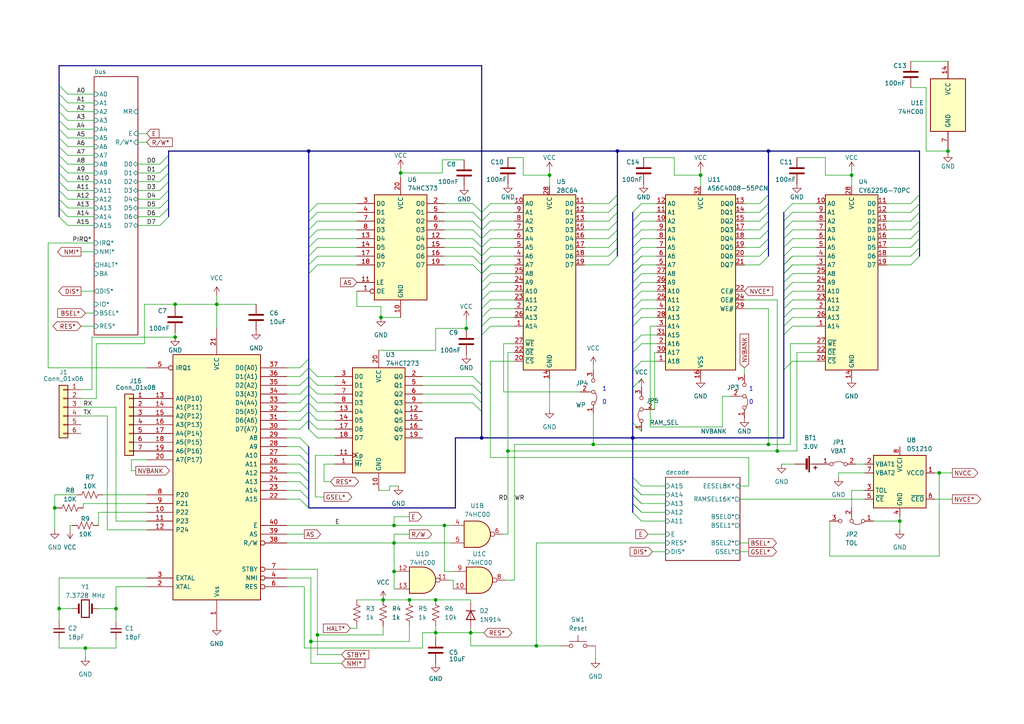
<source format=kicad_sch>
(kicad_sch (version 20230121) (generator eeschema)
  (paper "A4")
  (lib_symbols
    (symbol "74xx:74HC00" (pin_names (offset 1.016))
      (property "Reference" "U" (at 0 1.27 0))
      (property "Value" "74HC00" (at 0 -1.27 0))
      (symbol "74HC00_1_1"
        (pin input line (at -7.62 2.54 0) (length 3.81) (name "~") (number "1"))
        (pin input line (at -7.62 -2.54 0) (length 3.81) (name "~") (number "2"))
        (pin output inverted (at 7.62 0 180) (length 3.81) (name "~") (number "3"))
      )
      (symbol "74HC00_1_2"
        (pin input inverted (at -7.62 2.54 0) (length 4.318) (name "~") (number "1"))
        (pin input inverted (at -7.62 -2.54 0) (length 4.318) (name "~") (number "2"))
        (pin output line (at 7.62 0 180) (length 3.81) (name "~") (number "3"))
      )
      (symbol "74HC00_2_1"
        (pin input line (at -7.62 2.54 0) (length 3.81) (name "~") (number "4"))
        (pin input line (at -7.62 -2.54 0) (length 3.81) (name "~") (number "5"))
        (pin output inverted (at 7.62 0 180) (length 3.81) (name "~") (number "6"))
      )
      (symbol "74HC00_2_2"
        (pin input inverted (at -7.62 2.54 0) (length 4.318) (name "~") (number "4"))
        (pin input inverted (at -7.62 -2.54 0) (length 4.318) (name "~") (number "5"))
        (pin output line (at 7.62 0 180) (length 3.81) (name "~") (number "6"))
      )
      (symbol "74HC00_3_1"
        (pin input line (at -7.62 -2.54 0) (length 3.81) (name "~") (number "10"))
        (pin output inverted (at 7.62 0 180) (length 3.81) (name "~") (number "8"))
        (pin input line (at -7.62 2.54 0) (length 3.81) (name "~") (number "9"))
      )
      (symbol "74HC00_3_2"
        (pin input inverted (at -7.62 -2.54 0) (length 4.318) (name "~") (number "10"))
        (pin output line (at 7.62 0 180) (length 3.81) (name "~") (number "8"))
        (pin input inverted (at -7.62 2.54 0) (length 4.318) (name "~") (number "9"))
      )
      (symbol "74HC00_4_1"
        (pin output inverted (at 7.62 0 180) (length 3.81) (name "~") (number "11"))
        (pin input line (at -7.62 2.54 0) (length 3.81) (name "~") (number "12"))
        (pin input line (at -7.62 -2.54 0) (length 3.81) (name "~") (number "13"))
      )
      (symbol "74HC00_4_2"
        (pin output line (at 7.62 0 180) (length 3.81) (name "~") (number "11"))
        (pin input inverted (at -7.62 2.54 0) (length 4.318) (name "~") (number "12"))
        (pin input inverted (at -7.62 -2.54 0) (length 4.318) (name "~") (number "13"))
      )
      (symbol "74HC00_5_0"
        (pin power_in line (at 0 12.7 270) (length 5.08) (name "VCC") (number "14"))
        (pin power_in line (at 0 -12.7 90) (length 5.08) (name "GND") (number "7"))
      )
    )
    (symbol "74xx:74HC373"
      (property "Reference" "U" (at -7.62 16.51 0))
      (property "Value" "74HC373" (at -7.62 -16.51 0))
      (symbol "74HC373_1_0"
        (pin input inverted (at -12.7 -12.7 0) (length 5.08) (name "OE") (number "1"))
        (pin power_in line (at 0 -20.32 90) (length 5.08) (name "GND") (number "10"))
        (pin input line (at -12.7 -10.16 0) (length 5.08) (name "LE") (number "11"))
        (pin tri_state line (at 12.7 2.54 180) (length 5.08) (name "O4") (number "12"))
        (pin input line (at -12.7 2.54 0) (length 5.08) (name "D4") (number "13"))
        (pin input line (at -12.7 0 0) (length 5.08) (name "D5") (number "14"))
        (pin tri_state line (at 12.7 0 180) (length 5.08) (name "O5") (number "15"))
        (pin tri_state line (at 12.7 -2.54 180) (length 5.08) (name "O6") (number "16"))
        (pin input line (at -12.7 -2.54 0) (length 5.08) (name "D6") (number "17"))
        (pin input line (at -12.7 -5.08 0) (length 5.08) (name "D7") (number "18"))
        (pin tri_state line (at 12.7 -5.08 180) (length 5.08) (name "O7") (number "19"))
        (pin tri_state line (at 12.7 12.7 180) (length 5.08) (name "O0") (number "2"))
        (pin power_in line (at 0 20.32 270) (length 5.08) (name "VCC") (number "20"))
        (pin input line (at -12.7 12.7 0) (length 5.08) (name "D0") (number "3"))
        (pin input line (at -12.7 10.16 0) (length 5.08) (name "D1") (number "4"))
        (pin tri_state line (at 12.7 10.16 180) (length 5.08) (name "O1") (number "5"))
        (pin tri_state line (at 12.7 7.62 180) (length 5.08) (name "O2") (number "6"))
        (pin input line (at -12.7 7.62 0) (length 5.08) (name "D2") (number "7"))
        (pin input line (at -12.7 5.08 0) (length 5.08) (name "D3") (number "8"))
        (pin tri_state line (at 12.7 5.08 180) (length 5.08) (name "O3") (number "9"))
      )
    )
    (symbol "74xx:74HCT273"
      (property "Reference" "U" (at -7.62 16.51 0))
      (property "Value" "74HCT273" (at -7.62 -16.51 0))
      (symbol "74HCT273_1_0"
        (pin input line (at -12.7 -12.7 0) (length 5.08) (name "~{Mr}") (number "1"))
        (pin power_in line (at 0 -20.32 90) (length 5.08) (name "GND") (number "10"))
        (pin input clock (at -12.7 -10.16 0) (length 5.08) (name "Cp") (number "11"))
        (pin output line (at 12.7 2.54 180) (length 5.08) (name "Q4") (number "12"))
        (pin input line (at -12.7 2.54 0) (length 5.08) (name "D4") (number "13"))
        (pin input line (at -12.7 0 0) (length 5.08) (name "D5") (number "14"))
        (pin output line (at 12.7 0 180) (length 5.08) (name "Q5") (number "15"))
        (pin output line (at 12.7 -2.54 180) (length 5.08) (name "Q6") (number "16"))
        (pin input line (at -12.7 -2.54 0) (length 5.08) (name "D6") (number "17"))
        (pin input line (at -12.7 -5.08 0) (length 5.08) (name "D7") (number "18"))
        (pin output line (at 12.7 -5.08 180) (length 5.08) (name "Q7") (number "19"))
        (pin output line (at 12.7 12.7 180) (length 5.08) (name "Q0") (number "2"))
        (pin power_in line (at 0 20.32 270) (length 5.08) (name "VCC") (number "20"))
        (pin input line (at -12.7 12.7 0) (length 5.08) (name "D0") (number "3"))
        (pin input line (at -12.7 10.16 0) (length 5.08) (name "D1") (number "4"))
        (pin output line (at 12.7 10.16 180) (length 5.08) (name "Q1") (number "5"))
        (pin output line (at 12.7 7.62 180) (length 5.08) (name "Q2") (number "6"))
        (pin input line (at -12.7 7.62 0) (length 5.08) (name "D2") (number "7"))
        (pin input line (at -12.7 5.08 0) (length 5.08) (name "D3") (number "8"))
        (pin output line (at 12.7 5.08 180) (length 5.08) (name "Q3") (number "9"))
      )
    )
    (symbol "Connector_Generic:Conn_01x06" (pin_names (offset 1.016) hide)
      (property "Reference" "J" (at 0 7.62 0))
      (property "Value" "Conn_01x06" (at 0 -10.16 0))
      (symbol "Conn_01x06_1_1"
        (pin passive line (at -5.08 5.08 0) (length 3.81) (name "Pin_1") (number "1"))
        (pin passive line (at -5.08 2.54 0) (length 3.81) (name "Pin_2") (number "2"))
        (pin passive line (at -5.08 0 0) (length 3.81) (name "Pin_3") (number "3"))
        (pin passive line (at -5.08 -2.54 0) (length 3.81) (name "Pin_4") (number "4"))
        (pin passive line (at -5.08 -5.08 0) (length 3.81) (name "Pin_5") (number "5"))
        (pin passive line (at -5.08 -7.62 0) (length 3.81) (name "Pin_6") (number "6"))
      )
    )
    (symbol "Connector_Generic:Conn_01x07" (pin_names (offset 1.016) hide)
      (property "Reference" "J" (at 0 10.16 0))
      (property "Value" "Conn_01x07" (at 0 -10.16 0))
      (symbol "Conn_01x07_1_1"
        (pin passive line (at -5.08 7.62 0) (length 3.81) (name "Pin_1") (number "1"))
        (pin passive line (at -5.08 5.08 0) (length 3.81) (name "Pin_2") (number "2"))
        (pin passive line (at -5.08 2.54 0) (length 3.81) (name "Pin_3") (number "3"))
        (pin passive line (at -5.08 0 0) (length 3.81) (name "Pin_4") (number "4"))
        (pin passive line (at -5.08 -2.54 0) (length 3.81) (name "Pin_5") (number "5"))
        (pin passive line (at -5.08 -5.08 0) (length 3.81) (name "Pin_6") (number "6"))
        (pin passive line (at -5.08 -7.62 0) (length 3.81) (name "Pin_7") (number "7"))
      )
    )
    (symbol "Device:Battery_Cell" (pin_numbers hide) (pin_names (offset 0) hide)
      (property "Reference" "BT" (at 2.54 2.54 0))
      (property "Value" "Battery_Cell" (at 2.54 0 0))
      (symbol "Battery_Cell_1_1"
        (pin passive line (at 0 5.08 270) (length 2.54) (name "+") (number "1"))
        (pin passive line (at 0 -2.54 90) (length 2.54) (name "-") (number "2"))
      )
    )
    (symbol "Device:C" (pin_numbers hide) (pin_names (offset 0.254))
      (property "Reference" "C" (at 0.635 2.54 0))
      (property "Value" "C" (at 0.635 -2.54 0))
      (symbol "C_1_1"
        (pin passive line (at 0 3.81 270) (length 2.794) (name "~") (number "1"))
        (pin passive line (at 0 -3.81 90) (length 2.794) (name "~") (number "2"))
      )
    )
    (symbol "Device:C_Small" (pin_numbers hide) (pin_names (offset 0.254) hide)
      (property "Reference" "C" (at 0.254 1.778 0))
      (property "Value" "C_Small" (at 0.254 -2.032 0))
      (symbol "C_Small_1_1"
        (pin passive line (at 0 2.54 270) (length 2.032) (name "~") (number "1"))
        (pin passive line (at 0 -2.54 90) (length 2.032) (name "~") (number "2"))
      )
    )
    (symbol "Device:Crystal" (pin_numbers hide) (pin_names (offset 1.016) hide)
      (property "Reference" "Y" (at 0 3.81 0))
      (property "Value" "Crystal" (at 0 -3.81 0))
      (symbol "Crystal_1_1"
        (pin passive line (at -3.81 0 0) (length 1.27) (name "1") (number "1"))
        (pin passive line (at 3.81 0 180) (length 1.27) (name "2") (number "2"))
      )
    )
    (symbol "Device:R_US" (pin_numbers hide) (pin_names (offset 0))
      (property "Reference" "R" (at 2.54 0 90))
      (property "Value" "R_US" (at -2.54 0 90))
      (symbol "R_US_1_1"
        (pin passive line (at 0 3.81 270) (length 1.27) (name "~") (number "1"))
        (pin passive line (at 0 -3.81 90) (length 1.27) (name "~") (number "2"))
      )
    )
    (symbol "Diode:1N914" (pin_numbers hide) (pin_names (offset 1.016) hide)
      (property "Reference" "D" (at 0 2.54 0))
      (property "Value" "1N914" (at 0 -2.54 0))
      (symbol "1N914_1_1"
        (pin passive line (at -3.81 0 0) (length 2.54) (name "K") (number "1"))
        (pin passive line (at 3.81 0 180) (length 2.54) (name "A") (number "2"))
      )
    )
    (symbol "Jumper:Jumper_2_Bridged" (pin_names (offset 0) hide)
      (property "Reference" "JP" (at 0 1.905 0))
      (property "Value" "Jumper_2_Bridged" (at 0 -2.54 0))
      (symbol "Jumper_2_Bridged_1_1"
        (pin passive line (at -5.08 0 0) (length 2.54) (name "A") (number "1"))
        (pin passive line (at 5.08 0 180) (length 2.54) (name "B") (number "2"))
      )
    )
    (symbol "Jumper:Jumper_3_Bridged12" (pin_names (offset 0) hide)
      (property "Reference" "JP" (at -2.54 -2.54 0))
      (property "Value" "Jumper_3_Bridged12" (at 0 2.794 0))
      (symbol "Jumper_3_Bridged12_1_1"
        (pin passive line (at -6.35 0 0) (length 2.54) (name "A") (number "1"))
        (pin passive line (at 0 -3.81 90) (length 2.54) (name "C") (number "2"))
        (pin passive line (at 6.35 0 180) (length 2.54) (name "B") (number "3"))
      )
    )
    (symbol "Memory_EEPROM:28C256"
      (property "Reference" "U" (at -7.62 26.67 0))
      (property "Value" "28C256" (at 2.54 -26.67 0))
      (symbol "28C256_1_1"
        (pin input line (at -10.16 -12.7 0) (length 2.54) (name "A14") (number "1"))
        (pin input line (at -10.16 22.86 0) (length 2.54) (name "A0") (number "10"))
        (pin tri_state line (at 10.16 22.86 180) (length 2.54) (name "D0") (number "11"))
        (pin tri_state line (at 10.16 20.32 180) (length 2.54) (name "D1") (number "12"))
        (pin tri_state line (at 10.16 17.78 180) (length 2.54) (name "D2") (number "13"))
        (pin power_in line (at 0 -27.94 90) (length 2.54) (name "GND") (number "14"))
        (pin tri_state line (at 10.16 15.24 180) (length 2.54) (name "D3") (number "15"))
        (pin tri_state line (at 10.16 12.7 180) (length 2.54) (name "D4") (number "16"))
        (pin tri_state line (at 10.16 10.16 180) (length 2.54) (name "D5") (number "17"))
        (pin tri_state line (at 10.16 7.62 180) (length 2.54) (name "D6") (number "18"))
        (pin tri_state line (at 10.16 5.08 180) (length 2.54) (name "D7") (number "19"))
        (pin input line (at -10.16 -7.62 0) (length 2.54) (name "A12") (number "2"))
        (pin input line (at -10.16 -22.86 0) (length 2.54) (name "~{CS}") (number "20"))
        (pin input line (at -10.16 -2.54 0) (length 2.54) (name "A10") (number "21"))
        (pin input line (at -10.16 -20.32 0) (length 2.54) (name "~{OE}") (number "22"))
        (pin input line (at -10.16 -5.08 0) (length 2.54) (name "A11") (number "23"))
        (pin input line (at -10.16 0 0) (length 2.54) (name "A9") (number "24"))
        (pin input line (at -10.16 2.54 0) (length 2.54) (name "A8") (number "25"))
        (pin input line (at -10.16 -10.16 0) (length 2.54) (name "A13") (number "26"))
        (pin input line (at -10.16 -17.78 0) (length 2.54) (name "~{WE}") (number "27"))
        (pin power_in line (at 0 27.94 270) (length 2.54) (name "VCC") (number "28"))
        (pin input line (at -10.16 5.08 0) (length 2.54) (name "A7") (number "3"))
        (pin input line (at -10.16 7.62 0) (length 2.54) (name "A6") (number "4"))
        (pin input line (at -10.16 10.16 0) (length 2.54) (name "A5") (number "5"))
        (pin input line (at -10.16 12.7 0) (length 2.54) (name "A4") (number "6"))
        (pin input line (at -10.16 15.24 0) (length 2.54) (name "A3") (number "7"))
        (pin input line (at -10.16 17.78 0) (length 2.54) (name "A2") (number "8"))
        (pin input line (at -10.16 20.32 0) (length 2.54) (name "A1") (number "9"))
      )
    )
    (symbol "Memory_RAM:AS6C4008-55PCN"
      (property "Reference" "U" (at -10.16 26.035 0))
      (property "Value" "AS6C4008-55PCN" (at 2.54 26.035 0))
      (symbol "AS6C4008-55PCN_0_0"
        (pin power_in line (at 0 -27.94 90) (length 2.54) (name "VSS") (number "16"))
        (pin power_in line (at 0 27.94 270) (length 2.54) (name "VCC") (number "32"))
      )
      (symbol "AS6C4008-55PCN_1_1"
        (pin input line (at -12.7 -22.86 0) (length 2.54) (name "A18") (number "1"))
        (pin input line (at -12.7 17.78 0) (length 2.54) (name "A2") (number "10"))
        (pin input line (at -12.7 20.32 0) (length 2.54) (name "A1") (number "11"))
        (pin input line (at -12.7 22.86 0) (length 2.54) (name "A0") (number "12"))
        (pin tri_state line (at 12.7 22.86 180) (length 2.54) (name "DQ0") (number "13"))
        (pin tri_state line (at 12.7 20.32 180) (length 2.54) (name "DQ1") (number "14"))
        (pin tri_state line (at 12.7 17.78 180) (length 2.54) (name "DQ2") (number "15"))
        (pin tri_state line (at 12.7 15.24 180) (length 2.54) (name "DQ3") (number "17"))
        (pin tri_state line (at 12.7 12.7 180) (length 2.54) (name "DQ4") (number "18"))
        (pin tri_state line (at 12.7 10.16 180) (length 2.54) (name "DQ5") (number "19"))
        (pin input line (at -12.7 -17.78 0) (length 2.54) (name "A16") (number "2"))
        (pin tri_state line (at 12.7 7.62 180) (length 2.54) (name "DQ6") (number "20"))
        (pin tri_state line (at 12.7 5.08 180) (length 2.54) (name "DQ7") (number "21"))
        (pin input line (at 12.7 -2.54 180) (length 2.54) (name "CE#") (number "22"))
        (pin input line (at -12.7 -2.54 0) (length 2.54) (name "A10") (number "23"))
        (pin input line (at 12.7 -5.08 180) (length 2.54) (name "OE#") (number "24"))
        (pin input line (at -12.7 -5.08 0) (length 2.54) (name "A11") (number "25"))
        (pin input line (at -12.7 0 0) (length 2.54) (name "A9") (number "26"))
        (pin input line (at -12.7 2.54 0) (length 2.54) (name "A8") (number "27"))
        (pin input line (at -12.7 -10.16 0) (length 2.54) (name "A13") (number "28"))
        (pin input line (at 12.7 -7.62 180) (length 2.54) (name "WE#") (number "29"))
        (pin input line (at -12.7 -12.7 0) (length 2.54) (name "A14") (number "3"))
        (pin input line (at -12.7 -20.32 0) (length 2.54) (name "A17") (number "30"))
        (pin input line (at -12.7 -15.24 0) (length 2.54) (name "A15") (number "31"))
        (pin input line (at -12.7 -7.62 0) (length 2.54) (name "A12") (number "4"))
        (pin input line (at -12.7 5.08 0) (length 2.54) (name "A7") (number "5"))
        (pin input line (at -12.7 7.62 0) (length 2.54) (name "A6") (number "6"))
        (pin input line (at -12.7 10.16 0) (length 2.54) (name "A5") (number "7"))
        (pin input line (at -12.7 12.7 0) (length 2.54) (name "A4") (number "8"))
        (pin input line (at -12.7 15.24 0) (length 2.54) (name "A3") (number "9"))
      )
    )
    (symbol "New_Library:HD63C03Y" (pin_names (offset 0.762))
      (property "Reference" "U2" (at -1.27 -2.54 0))
      (property "Value" "HD6303RP" (at -5.08 -5.08 0))
      (symbol "HD63C03Y_1_1"
        (pin power_in line (at 0 -48.26 90) (length 7.62) (name "Vss") (number "1"))
        (pin bidirectional line (at -20.32 -15.24 0) (length 7.62) (name "P22") (number "10"))
        (pin bidirectional line (at -20.32 -17.78 0) (length 7.62) (name "P23") (number "11"))
        (pin bidirectional line (at -20.32 -20.32 0) (length 7.62) (name "P24") (number "12"))
        (pin bidirectional line (at -20.32 17.78 0) (length 7.62) (name "A0(P10)") (number "13"))
        (pin bidirectional line (at -20.32 15.24 0) (length 7.62) (name "A1(P11)") (number "14"))
        (pin bidirectional line (at -20.32 12.7 0) (length 7.62) (name "A2(P12)") (number "15"))
        (pin bidirectional line (at -20.32 10.16 0) (length 7.62) (name "A3(P13)") (number "16"))
        (pin bidirectional line (at -20.32 7.62 0) (length 7.62) (name "A4(P14)") (number "17"))
        (pin bidirectional line (at -20.32 5.08 0) (length 7.62) (name "A5(P15)") (number "18"))
        (pin bidirectional line (at -20.32 2.54 0) (length 7.62) (name "A6(P16)") (number "19"))
        (pin bidirectional line (at -20.32 -36.83 0) (length 7.62) (name "XTAL") (number "2"))
        (pin bidirectional line (at -20.32 0 0) (length 7.62) (name "A7(P17)") (number "20"))
        (pin power_in line (at 0 38.1 270) (length 7.62) (name "VCC") (number "21"))
        (pin output line (at 20.32 -11.43 180) (length 7.62) (name "A15") (number "22"))
        (pin output line (at 20.32 -8.89 180) (length 7.62) (name "A14") (number "23"))
        (pin output line (at 20.32 -6.35 180) (length 7.62) (name "A13") (number "24"))
        (pin output line (at 20.32 -3.81 180) (length 7.62) (name "A12") (number "25"))
        (pin output line (at 20.32 -1.27 180) (length 7.62) (name "A11") (number "26"))
        (pin output line (at 20.32 1.27 180) (length 7.62) (name "A10") (number "27"))
        (pin output line (at 20.32 3.81 180) (length 7.62) (name "A9") (number "28"))
        (pin output line (at 20.32 6.35 180) (length 7.62) (name "A8") (number "29"))
        (pin bidirectional line (at -20.32 -34.29 0) (length 7.62) (name "EXTAL") (number "3"))
        (pin output line (at 20.32 8.89 180) (length 7.62) (name "D7(A7)") (number "30"))
        (pin output line (at 20.32 11.43 180) (length 7.62) (name "D6(A6)") (number "31"))
        (pin output line (at 20.32 13.97 180) (length 7.62) (name "D5(A5)") (number "32"))
        (pin output line (at 20.32 16.51 180) (length 7.62) (name "D4(A4)") (number "33"))
        (pin output line (at 20.32 19.05 180) (length 7.62) (name "D3(A3)") (number "34"))
        (pin output line (at 20.32 21.59 180) (length 7.62) (name "D2(A2)") (number "35"))
        (pin output line (at 20.32 24.13 180) (length 7.62) (name "D1(A1)") (number "36"))
        (pin output line (at 20.32 26.67 180) (length 7.62) (name "D0(A0)") (number "37"))
        (pin output inverted (at 20.32 -24.13 180) (length 7.62) (name "R/W") (number "38"))
        (pin output line (at 20.32 -21.59 180) (length 7.62) (name "AS") (number "39"))
        (pin input inverted (at 20.32 -34.29 180) (length 7.62) (name "NMI") (number "4"))
        (pin output line (at 20.32 -19.05 180) (length 7.62) (name "E") (number "40"))
        (pin bidirectional inverted (at -20.32 26.67 0) (length 7.62) (name "IRQ1") (number "5"))
        (pin input inverted (at 20.32 -36.83 180) (length 7.62) (name "RES") (number "6"))
        (pin input inverted (at 20.32 -31.75 180) (length 7.62) (name "STBY") (number "7"))
        (pin bidirectional line (at -20.32 -10.16 0) (length 7.62) (name "P20") (number "8"))
        (pin bidirectional line (at -20.32 -12.7 0) (length 7.62) (name "P21") (number "9"))
      )
    )
    (symbol "Power_Management:DS1210"
      (property "Reference" "U" (at -7.62 8.89 0))
      (property "Value" "DS1210" (at 5.08 8.89 0))
      (symbol "DS1210_1_1"
        (pin power_out line (at 10.16 2.54 180) (length 2.54) (name "VCCO") (number "1"))
        (pin power_in line (at -10.16 5.08 0) (length 2.54) (name "VBAT1") (number "2"))
        (pin input line (at -10.16 -2.54 0) (length 2.54) (name "TOL") (number "3"))
        (pin power_in line (at 0 -10.16 90) (length 2.54) (name "GND") (number "4"))
        (pin input line (at -10.16 -5.08 0) (length 2.54) (name "~{CE}") (number "5"))
        (pin output line (at 10.16 -5.08 180) (length 2.54) (name "~{CEO}") (number "6"))
        (pin power_in line (at -10.16 2.54 0) (length 2.54) (name "VBAT2") (number "7"))
        (pin power_in line (at 0 10.16 270) (length 2.54) (name "VCCI") (number "8"))
      )
    )
    (symbol "Switch:SW_Push" (pin_numbers hide) (pin_names (offset 1.016) hide)
      (property "Reference" "SW" (at 1.27 2.54 0))
      (property "Value" "SW_Push" (at 0 -1.524 0))
      (symbol "SW_Push_0_1"
        (pin passive line (at -5.08 0 0) (length 2.54) (name "1") (number "1"))
        (pin passive line (at 5.08 0 180) (length 2.54) (name "2") (number "2"))
      )
    )
    (symbol "power:GND" (power) (pin_names (offset 0))
      (property "Value" "GND" (at 0 -3.81 0))
      (symbol "GND_1_1"
        (pin power_in line (at 0 0 270) (length 0) hide (name "GND") (number "1"))
      )
    )
    (symbol "power:VCC" (power) (pin_names (offset 0))
      (property "Value" "VCC" (at 0 3.81 0))
      (symbol "VCC_1_1"
        (pin power_in line (at 0 0 90) (length 0) hide (name "VCC") (number "1"))
      )
    )
  )
  (junction (at 118.745 173.99))
  (junction (at 222.885 128.905))
  (junction (at 183.515 127))
  (junction (at 111.125 173.99))
  (junction (at 274.955 43.815))
  (junction (at 114.3 152.4))
  (junction (at 33.655 176.53))
  (junction (at 15.875 147.32))
  (junction (at 24.765 187.96))
  (junction (at 139.7 127))
  (junction (at 222.885 43.815))
  (junction (at 50.8 97.79))
  (junction (at 272.415 137.16))
  (junction (at 126.365 183.515))
  (junction (at 147.32 130.81))
  (junction (at 247.015 50.8))
  (junction (at 17.145 176.53))
  (junction (at 110.49 92.075))
  (junction (at 172.085 128.905))
  (junction (at 136.525 183.515))
  (junction (at 126.365 173.99))
  (junction (at 128.905 152.4))
  (junction (at 90.17 186.055))
  (junction (at 62.865 88.265))
  (junction (at 155.575 187.325))
  (junction (at 135.255 95.25))
  (junction (at 50.8 88.265))
  (junction (at 92.075 184.15))
  (junction (at 179.07 43.815))
  (junction (at 260.985 151.13))
  (junction (at 114.3 157.48))
  (junction (at 114.3 165.735))
  (junction (at 225.425 130.81))
  (junction (at 116.205 50.165))
  (junction (at 203.2 50.8))
  (junction (at 159.385 50.8))
  (junction (at 89.535 43.815))
  (bus_entry (at 89.535 79.375) (size 2.54 -2.54))
  (bus_entry (at 139.7 69.215) (size 2.54 -2.54))
  (bus_entry (at 183.515 143.51) (size 2.54 2.54))
  (bus_entry (at 183.515 71.755) (size 2.54 -2.54))
  (bus_entry (at 17.145 47.625) (size 2.54 2.54))
  (bus_entry (at 46.355 60.325) (size 2.54 -2.54))
  (bus_entry (at 183.515 81.915) (size 2.54 -2.54))
  (bus_entry (at 139.7 69.215) (size -2.54 -2.54))
  (bus_entry (at 139.7 97.155) (size 2.54 -2.54))
  (bus_entry (at 17.145 29.845) (size 2.54 2.54))
  (bus_entry (at 179.07 69.215) (size -2.54 2.54))
  (bus_entry (at 183.515 112.395) (size 2.54 -2.54))
  (bus_entry (at 183.515 79.375) (size 2.54 -2.54))
  (bus_entry (at 227.33 84.455) (size 2.54 -2.54))
  (bus_entry (at 139.7 66.675) (size -2.54 -2.54))
  (bus_entry (at 89.535 134.62) (size -2.54 -2.54))
  (bus_entry (at 183.515 99.695) (size 2.54 -2.54))
  (bus_entry (at 183.515 61.595) (size 2.54 -2.54))
  (bus_entry (at 227.33 97.155) (size 2.54 -2.54))
  (bus_entry (at 266.7 64.135) (size -2.54 2.54))
  (bus_entry (at 139.7 116.84) (size -2.54 -2.54))
  (bus_entry (at 139.7 66.675) (size 2.54 -2.54))
  (bus_entry (at 89.535 104.14) (size -2.54 2.54))
  (bus_entry (at 183.515 74.295) (size 2.54 -2.54))
  (bus_entry (at 266.7 56.515) (size -2.54 2.54))
  (bus_entry (at 183.515 122.555) (size 2.54 2.54))
  (bus_entry (at 89.535 114.3) (size 2.54 2.54))
  (bus_entry (at 89.535 132.08) (size -2.54 -2.54))
  (bus_entry (at 89.535 121.92) (size 2.54 2.54))
  (bus_entry (at 227.33 61.595) (size 2.54 -2.54))
  (bus_entry (at 183.515 92.075) (size 2.54 -2.54))
  (bus_entry (at 89.535 109.22) (size -2.54 2.54))
  (bus_entry (at 227.33 76.835) (size 2.54 -2.54))
  (bus_entry (at 139.7 94.615) (size 2.54 -2.54))
  (bus_entry (at 89.535 119.38) (size 2.54 2.54))
  (bus_entry (at 179.07 64.135) (size -2.54 2.54))
  (bus_entry (at 222.885 71.755) (size -2.54 2.54))
  (bus_entry (at 139.7 61.595) (size 2.54 -2.54))
  (bus_entry (at 89.535 74.295) (size 2.54 -2.54))
  (bus_entry (at 139.7 111.76) (size -2.54 -2.54))
  (bus_entry (at 139.7 86.995) (size 2.54 -2.54))
  (bus_entry (at 17.145 55.245) (size 2.54 2.54))
  (bus_entry (at 222.885 64.135) (size -2.54 2.54))
  (bus_entry (at 183.515 140.97) (size 2.54 2.54))
  (bus_entry (at 89.535 139.7) (size -2.54 -2.54))
  (bus_entry (at 89.535 61.595) (size 2.54 -2.54))
  (bus_entry (at 17.145 40.005) (size 2.54 2.54))
  (bus_entry (at 266.7 71.755) (size -2.54 2.54))
  (bus_entry (at 266.7 59.055) (size -2.54 2.54))
  (bus_entry (at 17.145 60.325) (size 2.54 2.54))
  (bus_entry (at 139.7 81.915) (size 2.54 -2.54))
  (bus_entry (at 139.7 84.455) (size 2.54 -2.54))
  (bus_entry (at 227.33 86.995) (size 2.54 -2.54))
  (bus_entry (at 266.7 69.215) (size -2.54 2.54))
  (bus_entry (at 46.355 57.785) (size 2.54 -2.54))
  (bus_entry (at 179.07 59.055) (size -2.54 2.54))
  (bus_entry (at 89.535 119.38) (size -2.54 2.54))
  (bus_entry (at 266.7 74.295) (size -2.54 2.54))
  (bus_entry (at 222.885 59.055) (size -2.54 2.54))
  (bus_entry (at 139.7 79.375) (size -2.54 -2.54))
  (bus_entry (at 179.07 74.295) (size -2.54 2.54))
  (bus_entry (at 139.7 79.375) (size 2.54 -2.54))
  (bus_entry (at 183.515 102.235) (size 2.54 -2.54))
  (bus_entry (at 183.515 140.97) (size 2.54 2.54))
  (bus_entry (at 89.535 129.54) (size -2.54 -2.54))
  (bus_entry (at 183.515 66.675) (size 2.54 -2.54))
  (bus_entry (at 89.535 147.32) (size -2.54 -2.54))
  (bus_entry (at 89.535 142.24) (size -2.54 -2.54))
  (bus_entry (at 183.515 64.135) (size 2.54 -2.54))
  (bus_entry (at 227.33 94.615) (size 2.54 -2.54))
  (bus_entry (at 89.535 69.215) (size 2.54 -2.54))
  (bus_entry (at 89.535 124.46) (size 2.54 2.54))
  (bus_entry (at 179.07 56.515) (size -2.54 2.54))
  (bus_entry (at 139.7 64.135) (size 2.54 -2.54))
  (bus_entry (at 183.515 94.615) (size 2.54 -2.54))
  (bus_entry (at 139.7 76.835) (size -2.54 -2.54))
  (bus_entry (at 227.33 74.295) (size 2.54 -2.54))
  (bus_entry (at 17.145 52.705) (size 2.54 2.54))
  (bus_entry (at 139.7 119.38) (size -2.54 -2.54))
  (bus_entry (at 17.145 37.465) (size 2.54 2.54))
  (bus_entry (at 222.885 74.295) (size -2.54 2.54))
  (bus_entry (at 227.33 89.535) (size 2.54 -2.54))
  (bus_entry (at 266.7 61.595) (size -2.54 2.54))
  (bus_entry (at 139.7 92.075) (size 2.54 -2.54))
  (bus_entry (at 222.885 56.515) (size -2.54 2.54))
  (bus_entry (at 266.7 66.675) (size -2.54 2.54))
  (bus_entry (at 227.33 81.915) (size 2.54 -2.54))
  (bus_entry (at 89.535 109.22) (size 2.54 2.54))
  (bus_entry (at 183.515 76.835) (size 2.54 -2.54))
  (bus_entry (at 17.145 45.085) (size 2.54 2.54))
  (bus_entry (at 17.145 50.165) (size 2.54 2.54))
  (bus_entry (at 139.7 71.755) (size 2.54 -2.54))
  (bus_entry (at 46.355 50.165) (size 2.54 -2.54))
  (bus_entry (at 139.7 89.535) (size 2.54 -2.54))
  (bus_entry (at 183.515 89.535) (size 2.54 -2.54))
  (bus_entry (at 227.33 66.675) (size 2.54 -2.54))
  (bus_entry (at 89.535 106.68) (size 2.54 2.54))
  (bus_entry (at 89.535 64.135) (size 2.54 -2.54))
  (bus_entry (at 179.07 61.595) (size -2.54 2.54))
  (bus_entry (at 89.535 114.3) (size -2.54 2.54))
  (bus_entry (at 89.535 76.835) (size 2.54 -2.54))
  (bus_entry (at 17.145 32.385) (size 2.54 2.54))
  (bus_entry (at 183.515 148.59) (size 2.54 2.54))
  (bus_entry (at 89.535 116.84) (size -2.54 2.54))
  (bus_entry (at 183.515 146.05) (size 2.54 2.54))
  (bus_entry (at 227.33 71.755) (size 2.54 -2.54))
  (bus_entry (at 17.145 24.765) (size 2.54 2.54))
  (bus_entry (at 89.535 111.76) (size 2.54 2.54))
  (bus_entry (at 183.515 76.835) (size 2.54 -2.54))
  (bus_entry (at 89.535 137.16) (size -2.54 -2.54))
  (bus_entry (at 179.07 71.755) (size -2.54 2.54))
  (bus_entry (at 227.33 79.375) (size 2.54 -2.54))
  (bus_entry (at 227.33 92.075) (size 2.54 -2.54))
  (bus_entry (at 183.515 138.43) (size 2.54 2.54))
  (bus_entry (at 183.515 143.51) (size 2.54 2.54))
  (bus_entry (at 89.535 71.755) (size 2.54 -2.54))
  (bus_entry (at 227.33 76.835) (size 2.54 -2.54))
  (bus_entry (at 222.885 66.675) (size -2.54 2.54))
  (bus_entry (at 17.145 34.925) (size 2.54 2.54))
  (bus_entry (at 139.7 74.295) (size -2.54 -2.54))
  (bus_entry (at 139.7 61.595) (size -2.54 -2.54))
  (bus_entry (at 139.7 76.835) (size 2.54 -2.54))
  (bus_entry (at 139.7 64.135) (size -2.54 -2.54))
  (bus_entry (at 222.885 61.595) (size -2.54 2.54))
  (bus_entry (at 46.355 47.625) (size 2.54 -2.54))
  (bus_entry (at 139.7 74.295) (size 2.54 -2.54))
  (bus_entry (at 17.145 27.305) (size 2.54 2.54))
  (bus_entry (at 17.145 62.865) (size 2.54 2.54))
  (bus_entry (at 227.33 107.315) (size 2.54 -2.54))
  (bus_entry (at 222.885 69.215) (size -2.54 2.54))
  (bus_entry (at 89.535 144.78) (size -2.54 -2.54))
  (bus_entry (at 46.355 55.245) (size 2.54 -2.54))
  (bus_entry (at 183.515 86.995) (size 2.54 -2.54))
  (bus_entry (at 183.515 84.455) (size 2.54 -2.54))
  (bus_entry (at 17.145 57.785) (size 2.54 2.54))
  (bus_entry (at 89.535 111.76) (size -2.54 2.54))
  (bus_entry (at 89.535 66.675) (size 2.54 -2.54))
  (bus_entry (at 227.33 64.135) (size 2.54 -2.54))
  (bus_entry (at 179.07 66.675) (size -2.54 2.54))
  (bus_entry (at 227.33 69.215) (size 2.54 -2.54))
  (bus_entry (at 183.515 69.215) (size 2.54 -2.54))
  (bus_entry (at 46.355 52.705) (size 2.54 -2.54))
  (bus_entry (at 89.535 106.68) (size -2.54 2.54))
  (bus_entry (at 183.515 107.315) (size 2.54 -2.54))
  (bus_entry (at 183.515 146.05) (size 2.54 2.54))
  (bus_entry (at 46.355 65.405) (size 2.54 -2.54))
  (bus_entry (at 139.7 114.3) (size -2.54 -2.54))
  (bus_entry (at 183.515 79.375) (size 2.54 -2.54))
  (bus_entry (at 89.535 121.92) (size -2.54 2.54))
  (bus_entry (at 139.7 79.375) (size 2.54 -2.54))
  (bus_entry (at 139.7 71.755) (size -2.54 -2.54))
  (bus_entry (at 46.355 62.865) (size 2.54 -2.54))
  (bus_entry (at 89.535 116.84) (size 2.54 2.54))
  (bus_entry (at 17.145 42.545) (size 2.54 2.54))
  (bus_entry (at 227.33 79.375) (size 2.54 -2.54))
  (bus (pts (xy 89.535 109.22) (xy 89.535 106.68)))
  (bus (pts (xy 183.515 64.135) (xy 183.515 66.675)))
  (wire (pts (xy 193.04 151.13) (xy 186.055 151.13)))
  (bus (pts (xy 139.7 61.595) (xy 139.7 64.135)))
  (bus (pts (xy 139.7 97.155) (xy 139.7 111.76)))
  (bus (pts (xy 89.535 134.62) (xy 89.535 132.08)))
  (wire (pts (xy 229.235 128.905) (xy 229.235 99.695)))
  (bus (pts (xy 89.535 116.84) (xy 89.535 119.38)))
  (wire (pts (xy 142.24 79.375) (xy 149.225 79.375)))
  (bus (pts (xy 48.895 57.785) (xy 48.895 55.245)))
  (wire (pts (xy 149.225 104.775) (xy 142.24 104.775)))
  (wire (pts (xy 243.205 137.16) (xy 250.825 137.16)))
  (wire (pts (xy 19.685 42.545) (xy 27.305 42.545)))
  (wire (pts (xy 109.855 142.24) (xy 113.03 142.24)))
  (wire (pts (xy 103.505 84.455) (xy 103.505 88.9)))
  (wire (pts (xy 247.015 50.8) (xy 239.395 50.8)))
  (wire (pts (xy 33.655 176.53) (xy 33.655 180.34)))
  (wire (pts (xy 190.5 92.075) (xy 186.055 92.075)))
  (wire (pts (xy 92.075 61.595) (xy 103.505 61.595)))
  (wire (pts (xy 86.995 119.38) (xy 83.185 119.38)))
  (wire (pts (xy 187.96 154.94) (xy 193.04 154.94)))
  (bus (pts (xy 89.535 147.32) (xy 132.08 147.32)))
  (wire (pts (xy 128.905 152.4) (xy 128.905 165.735)))
  (wire (pts (xy 190.5 71.755) (xy 186.055 71.755)))
  (bus (pts (xy 89.535 137.16) (xy 89.535 134.62)))
  (wire (pts (xy 131.445 165.735) (xy 128.905 165.735)))
  (bus (pts (xy 48.895 45.085) (xy 48.895 47.625)))
  (wire (pts (xy 128.905 69.215) (xy 137.16 69.215)))
  (bus (pts (xy 222.885 66.675) (xy 222.885 64.135)))
  (wire (pts (xy 142.24 86.995) (xy 149.225 86.995)))
  (wire (pts (xy 40.005 57.785) (xy 46.355 57.785)))
  (wire (pts (xy 190.5 84.455) (xy 186.055 84.455)))
  (bus (pts (xy 89.535 61.595) (xy 89.535 64.135)))
  (wire (pts (xy 142.24 76.835) (xy 149.225 76.835)))
  (wire (pts (xy 83.185 165.1) (xy 92.075 165.1)))
  (wire (pts (xy 41.91 88.265) (xy 50.8 88.265)))
  (wire (pts (xy 128.905 59.055) (xy 137.16 59.055)))
  (wire (pts (xy 147.32 154.94) (xy 146.05 154.94)))
  (wire (pts (xy 90.17 192.405) (xy 99.06 192.405)))
  (wire (pts (xy 193.04 148.59) (xy 186.055 148.59)))
  (bus (pts (xy 139.7 71.755) (xy 139.7 74.295)))
  (wire (pts (xy 114.3 170.815) (xy 114.935 170.815)))
  (wire (pts (xy 40.005 62.865) (xy 46.355 62.865)))
  (wire (pts (xy 203.2 50.8) (xy 203.2 53.975)))
  (bus (pts (xy 89.535 76.835) (xy 89.535 79.375)))
  (wire (pts (xy 239.395 50.8) (xy 239.395 45.72)))
  (wire (pts (xy 257.175 64.135) (xy 264.16 64.135)))
  (wire (pts (xy 236.855 81.915) (xy 229.87 81.915)))
  (wire (pts (xy 17.145 187.96) (xy 24.765 187.96)))
  (wire (pts (xy 126.365 95.25) (xy 126.365 101.6)))
  (wire (pts (xy 113.03 142.24) (xy 113.03 140.97)))
  (wire (pts (xy 92.075 114.3) (xy 97.155 114.3)))
  (wire (pts (xy 103.505 182.245) (xy 103.505 181.61)))
  (wire (pts (xy 23.495 120.65) (xy 31.115 120.65)))
  (wire (pts (xy 142.24 61.595) (xy 149.225 61.595)))
  (wire (pts (xy 110.49 88.9) (xy 110.49 92.075)))
  (wire (pts (xy 31.115 153.67) (xy 42.545 153.67)))
  (wire (pts (xy 272.415 137.16) (xy 276.225 137.16)))
  (wire (pts (xy 33.655 170.18) (xy 33.655 176.53)))
  (wire (pts (xy 92.075 184.15) (xy 111.125 184.15)))
  (bus (pts (xy 227.33 94.615) (xy 227.33 97.155)))
  (wire (pts (xy 236.855 71.755) (xy 229.87 71.755)))
  (bus (pts (xy 179.07 64.135) (xy 179.07 61.595)))
  (bus (pts (xy 222.885 64.135) (xy 222.885 61.595)))
  (bus (pts (xy 266.7 64.135) (xy 266.7 61.595)))
  (bus (pts (xy 89.535 114.3) (xy 89.535 116.84)))
  (wire (pts (xy 28.575 176.53) (xy 33.655 176.53)))
  (bus (pts (xy 139.7 76.835) (xy 139.7 79.375)))
  (wire (pts (xy 83.185 129.54) (xy 86.995 129.54)))
  (wire (pts (xy 190.5 79.375) (xy 186.055 79.375)))
  (bus (pts (xy 139.7 94.615) (xy 139.7 97.155)))
  (bus (pts (xy 17.145 47.625) (xy 17.145 50.165)))
  (wire (pts (xy 17.145 167.64) (xy 17.145 176.53)))
  (wire (pts (xy 38.1 136.525) (xy 39.37 136.525)))
  (wire (pts (xy 142.24 74.295) (xy 149.225 74.295)))
  (wire (pts (xy 92.075 64.135) (xy 103.505 64.135)))
  (bus (pts (xy 183.515 79.375) (xy 183.515 81.915)))
  (wire (pts (xy 92.075 59.055) (xy 103.505 59.055)))
  (wire (pts (xy 33.655 151.13) (xy 42.545 151.13)))
  (bus (pts (xy 227.33 71.755) (xy 227.33 74.295)))
  (wire (pts (xy 188.595 123.825) (xy 209.55 123.825)))
  (wire (pts (xy 20.32 152.4) (xy 20.955 152.4)))
  (wire (pts (xy 27.94 115.57) (xy 23.495 115.57)))
  (wire (pts (xy 92.075 74.295) (xy 103.505 74.295)))
  (wire (pts (xy 83.185 132.08) (xy 86.995 132.08)))
  (bus (pts (xy 227.33 69.215) (xy 227.33 71.755)))
  (wire (pts (xy 271.145 137.16) (xy 272.415 137.16)))
  (bus (pts (xy 89.535 142.24) (xy 89.535 139.7)))
  (bus (pts (xy 17.145 40.005) (xy 17.145 42.545)))
  (wire (pts (xy 83.185 144.78) (xy 86.995 144.78)))
  (wire (pts (xy 90.17 186.055) (xy 118.745 186.055)))
  (wire (pts (xy 50.8 97.79) (xy 50.8 96.52)))
  (bus (pts (xy 48.895 55.245) (xy 48.895 52.705)))
  (wire (pts (xy 110.49 92.075) (xy 116.205 92.075)))
  (wire (pts (xy 13.97 70.485) (xy 27.305 70.485)))
  (bus (pts (xy 89.535 43.815) (xy 89.535 61.595)))
  (bus (pts (xy 139.7 69.215) (xy 139.7 71.755)))
  (wire (pts (xy 142.24 71.755) (xy 149.225 71.755)))
  (wire (pts (xy 41.91 88.265) (xy 41.91 99.695)))
  (bus (pts (xy 89.535 43.815) (xy 179.07 43.815)))
  (wire (pts (xy 83.185 127) (xy 86.995 127)))
  (bus (pts (xy 139.7 66.675) (xy 139.7 69.215)))
  (bus (pts (xy 183.515 94.615) (xy 183.515 99.695)))
  (bus (pts (xy 139.7 84.455) (xy 139.7 86.995)))
  (bus (pts (xy 48.895 60.325) (xy 48.895 57.785)))
  (wire (pts (xy 23.495 118.11) (xy 33.655 118.11)))
  (wire (pts (xy 169.545 64.135) (xy 176.53 64.135)))
  (wire (pts (xy 114.3 154.94) (xy 114.3 157.48)))
  (wire (pts (xy 103.505 88.9) (xy 110.49 88.9)))
  (bus (pts (xy 266.7 66.675) (xy 266.7 64.135)))
  (wire (pts (xy 111.125 173.99) (xy 118.745 173.99)))
  (wire (pts (xy 146.685 168.275) (xy 149.225 168.275)))
  (wire (pts (xy 19.685 50.165) (xy 27.305 50.165)))
  (wire (pts (xy 169.545 76.835) (xy 176.53 76.835)))
  (wire (pts (xy 142.24 66.675) (xy 149.225 66.675)))
  (wire (pts (xy 62.865 88.265) (xy 62.865 95.25)))
  (wire (pts (xy 142.24 59.055) (xy 149.225 59.055)))
  (bus (pts (xy 17.145 34.925) (xy 17.145 37.465)))
  (wire (pts (xy 135.255 92.71) (xy 135.255 95.25)))
  (bus (pts (xy 89.535 147.32) (xy 89.535 144.78)))
  (wire (pts (xy 268.605 43.815) (xy 268.605 25.4)))
  (wire (pts (xy 230.505 134.62) (xy 226.695 134.62)))
  (wire (pts (xy 40.005 38.735) (xy 42.545 38.735)))
  (wire (pts (xy 19.685 27.305) (xy 27.305 27.305)))
  (wire (pts (xy 193.04 143.51) (xy 186.055 143.51)))
  (wire (pts (xy 38.1 133.35) (xy 42.545 133.35)))
  (bus (pts (xy 139.7 127) (xy 183.515 127)))
  (wire (pts (xy 215.9 106.68) (xy 215.9 108.585)))
  (wire (pts (xy 15.875 147.32) (xy 16.51 147.32)))
  (bus (pts (xy 48.895 60.325) (xy 48.895 62.865)))
  (wire (pts (xy 92.075 165.1) (xy 92.075 184.15)))
  (wire (pts (xy 146.05 113.665) (xy 168.275 113.665)))
  (bus (pts (xy 227.33 74.295) (xy 227.33 76.835)))
  (wire (pts (xy 19.685 65.405) (xy 27.305 65.405)))
  (bus (pts (xy 183.515 107.315) (xy 183.515 112.395)))
  (wire (pts (xy 136.525 187.325) (xy 155.575 187.325)))
  (bus (pts (xy 227.33 86.995) (xy 227.33 89.535)))
  (bus (pts (xy 183.515 69.215) (xy 183.515 71.755)))
  (wire (pts (xy 33.655 187.96) (xy 33.655 185.42)))
  (wire (pts (xy 92.075 127) (xy 97.155 127)))
  (wire (pts (xy 118.745 149.86) (xy 114.3 149.86)))
  (wire (pts (xy 88.265 170.18) (xy 88.265 187.96)))
  (wire (pts (xy 236.855 94.615) (xy 229.87 94.615)))
  (wire (pts (xy 19.685 62.865) (xy 27.305 62.865)))
  (wire (pts (xy 271.145 144.78) (xy 276.225 144.78)))
  (wire (pts (xy 103.505 173.99) (xy 111.125 173.99)))
  (bus (pts (xy 222.885 74.295) (xy 222.885 71.755)))
  (bus (pts (xy 132.08 127) (xy 139.7 127)))
  (wire (pts (xy 215.9 76.835) (xy 220.345 76.835)))
  (wire (pts (xy 172.085 128.905) (xy 222.885 128.905)))
  (bus (pts (xy 179.07 71.755) (xy 179.07 69.215)))
  (wire (pts (xy 222.885 89.535) (xy 222.885 128.905)))
  (wire (pts (xy 142.24 104.775) (xy 142.24 132.715)))
  (wire (pts (xy 248.285 134.62) (xy 250.825 134.62)))
  (wire (pts (xy 257.175 61.595) (xy 264.16 61.595)))
  (bus (pts (xy 139.7 116.84) (xy 139.7 119.38)))
  (bus (pts (xy 222.885 59.055) (xy 222.885 56.515)))
  (wire (pts (xy 225.425 130.81) (xy 231.14 130.81)))
  (wire (pts (xy 126.365 183.515) (xy 126.365 184.785)))
  (wire (pts (xy 101.6 182.245) (xy 103.505 182.245)))
  (wire (pts (xy 62.865 85.725) (xy 62.865 88.265)))
  (wire (pts (xy 149.225 128.905) (xy 172.085 128.905)))
  (wire (pts (xy 155.575 157.48) (xy 193.04 157.48)))
  (wire (pts (xy 128.905 76.835) (xy 137.16 76.835)))
  (bus (pts (xy 17.145 45.085) (xy 17.145 47.625)))
  (wire (pts (xy 26.67 113.03) (xy 26.67 97.79)))
  (wire (pts (xy 155.575 157.48) (xy 155.575 187.325)))
  (bus (pts (xy 17.145 55.245) (xy 17.145 57.785)))
  (bus (pts (xy 139.7 61.595) (xy 139.7 19.05)))
  (wire (pts (xy 136.525 183.515) (xy 136.525 182.245)))
  (bus (pts (xy 183.515 146.05) (xy 183.515 143.51)))
  (bus (pts (xy 48.895 50.165) (xy 48.895 47.625)))
  (wire (pts (xy 142.24 64.135) (xy 149.225 64.135)))
  (bus (pts (xy 139.7 86.995) (xy 139.7 89.535)))
  (wire (pts (xy 260.985 151.13) (xy 260.985 153.67)))
  (wire (pts (xy 142.24 89.535) (xy 149.225 89.535)))
  (wire (pts (xy 236.855 92.075) (xy 229.87 92.075)))
  (wire (pts (xy 83.185 142.24) (xy 86.995 142.24)))
  (wire (pts (xy 217.17 132.715) (xy 217.17 140.97)))
  (bus (pts (xy 179.07 43.815) (xy 222.885 43.815)))
  (wire (pts (xy 231.14 130.81) (xy 231.14 102.235)))
  (bus (pts (xy 17.145 52.705) (xy 17.145 55.245)))
  (wire (pts (xy 190.5 59.055) (xy 186.055 59.055)))
  (bus (pts (xy 89.535 144.78) (xy 89.535 142.24)))
  (bus (pts (xy 139.7 92.075) (xy 139.7 94.615)))
  (wire (pts (xy 274.955 43.815) (xy 268.605 43.815)))
  (wire (pts (xy 236.855 69.215) (xy 229.87 69.215)))
  (wire (pts (xy 40.005 47.625) (xy 46.355 47.625)))
  (wire (pts (xy 236.855 76.835) (xy 229.87 76.835)))
  (wire (pts (xy 122.555 114.3) (xy 137.16 114.3)))
  (wire (pts (xy 247.015 142.24) (xy 250.825 142.24)))
  (wire (pts (xy 146.05 99.695) (xy 149.225 99.695)))
  (wire (pts (xy 92.075 71.755) (xy 103.505 71.755)))
  (bus (pts (xy 17.145 42.545) (xy 17.145 45.085)))
  (wire (pts (xy 268.605 25.4) (xy 264.16 25.4)))
  (wire (pts (xy 40.005 50.165) (xy 46.355 50.165)))
  (wire (pts (xy 169.545 59.055) (xy 176.53 59.055)))
  (wire (pts (xy 236.855 74.295) (xy 229.87 74.295)))
  (wire (pts (xy 225.425 86.995) (xy 215.9 86.995)))
  (wire (pts (xy 114.3 149.86) (xy 114.3 152.4)))
  (bus (pts (xy 17.145 27.305) (xy 17.145 29.845)))
  (bus (pts (xy 183.515 81.915) (xy 183.515 84.455)))
  (bus (pts (xy 139.7 89.535) (xy 139.7 92.075)))
  (wire (pts (xy 24.765 187.96) (xy 33.655 187.96)))
  (wire (pts (xy 40.005 55.245) (xy 46.355 55.245)))
  (bus (pts (xy 179.07 74.295) (xy 179.07 71.755)))
  (wire (pts (xy 122.555 109.22) (xy 137.16 109.22)))
  (wire (pts (xy 240.665 151.13) (xy 240.665 161.29)))
  (wire (pts (xy 22.225 143.51) (xy 15.875 143.51)))
  (wire (pts (xy 240.665 161.29) (xy 272.415 161.29)))
  (wire (pts (xy 83.185 170.18) (xy 88.265 170.18)))
  (wire (pts (xy 169.545 66.675) (xy 176.53 66.675)))
  (wire (pts (xy 19.685 40.005) (xy 27.305 40.005)))
  (wire (pts (xy 149.225 168.275) (xy 149.225 128.905)))
  (wire (pts (xy 83.185 152.4) (xy 114.3 152.4)))
  (wire (pts (xy 190.5 81.915) (xy 186.055 81.915)))
  (wire (pts (xy 92.075 119.38) (xy 97.155 119.38)))
  (bus (pts (xy 183.515 66.675) (xy 183.515 69.215)))
  (wire (pts (xy 214.63 160.02) (xy 217.17 160.02)))
  (wire (pts (xy 190.5 97.155) (xy 186.055 97.155)))
  (wire (pts (xy 90.17 167.64) (xy 90.17 186.055)))
  (wire (pts (xy 147.32 102.235) (xy 149.225 102.235)))
  (wire (pts (xy 215.9 71.755) (xy 220.345 71.755)))
  (bus (pts (xy 89.535 106.68) (xy 89.535 104.14)))
  (wire (pts (xy 41.91 99.695) (xy 27.94 99.695)))
  (wire (pts (xy 151.765 45.72) (xy 147.32 45.72)))
  (wire (pts (xy 19.685 55.245) (xy 27.305 55.245)))
  (wire (pts (xy 225.425 130.81) (xy 225.425 86.995)))
  (wire (pts (xy 19.685 34.925) (xy 27.305 34.925)))
  (wire (pts (xy 114.3 157.48) (xy 130.81 157.48)))
  (wire (pts (xy 93.98 144.145) (xy 91.44 144.145)))
  (wire (pts (xy 128.905 66.675) (xy 137.16 66.675)))
  (wire (pts (xy 142.24 94.615) (xy 149.225 94.615)))
  (bus (pts (xy 222.885 43.815) (xy 222.885 56.515)))
  (wire (pts (xy 215.9 74.295) (xy 220.345 74.295)))
  (wire (pts (xy 15.875 143.51) (xy 15.875 147.32)))
  (wire (pts (xy 274.955 43.18) (xy 274.955 43.815)))
  (wire (pts (xy 257.175 66.675) (xy 264.16 66.675)))
  (wire (pts (xy 118.745 154.94) (xy 114.3 154.94)))
  (bus (pts (xy 183.515 99.695) (xy 183.515 102.235)))
  (wire (pts (xy 190.5 89.535) (xy 186.055 89.535)))
  (wire (pts (xy 23.495 84.455) (xy 27.305 84.455)))
  (wire (pts (xy 88.265 187.96) (xy 122.555 187.96)))
  (bus (pts (xy 179.07 66.675) (xy 179.07 64.135)))
  (wire (pts (xy 126.365 95.25) (xy 135.255 95.25)))
  (wire (pts (xy 215.9 64.135) (xy 220.345 64.135)))
  (wire (pts (xy 92.075 124.46) (xy 97.155 124.46)))
  (wire (pts (xy 215.9 59.055) (xy 220.345 59.055)))
  (bus (pts (xy 17.145 32.385) (xy 17.145 34.925)))
  (wire (pts (xy 229.235 99.695) (xy 236.855 99.695)))
  (wire (pts (xy 23.495 94.615) (xy 27.305 94.615)))
  (wire (pts (xy 40.005 65.405) (xy 46.355 65.405)))
  (wire (pts (xy 190.5 69.215) (xy 186.055 69.215)))
  (wire (pts (xy 86.995 109.22) (xy 83.185 109.22)))
  (wire (pts (xy 26.67 97.79) (xy 50.8 97.79)))
  (wire (pts (xy 50.8 88.265) (xy 62.865 88.265)))
  (wire (pts (xy 116.205 48.895) (xy 116.205 50.165)))
  (bus (pts (xy 266.7 61.595) (xy 266.7 59.055)))
  (wire (pts (xy 147.32 130.81) (xy 147.32 154.94)))
  (bus (pts (xy 139.7 79.375) (xy 139.7 81.915)))
  (wire (pts (xy 169.545 74.295) (xy 176.53 74.295)))
  (wire (pts (xy 215.9 69.215) (xy 220.345 69.215)))
  (bus (pts (xy 139.7 81.915) (xy 139.7 84.455)))
  (wire (pts (xy 13.97 70.485) (xy 13.97 106.68)))
  (wire (pts (xy 257.175 74.295) (xy 264.16 74.295)))
  (bus (pts (xy 179.07 43.815) (xy 179.07 56.515)))
  (wire (pts (xy 86.995 106.68) (xy 83.185 106.68)))
  (bus (pts (xy 139.7 114.3) (xy 139.7 116.84)))
  (wire (pts (xy 147.32 102.235) (xy 147.32 130.81)))
  (wire (pts (xy 83.185 167.64) (xy 90.17 167.64)))
  (wire (pts (xy 19.685 60.325) (xy 27.305 60.325)))
  (wire (pts (xy 83.185 134.62) (xy 86.995 134.62)))
  (wire (pts (xy 264.16 17.78) (xy 274.955 17.78)))
  (wire (pts (xy 215.9 89.535) (xy 222.885 89.535)))
  (wire (pts (xy 236.855 104.775) (xy 229.87 104.775)))
  (bus (pts (xy 89.535 109.22) (xy 89.535 111.76)))
  (wire (pts (xy 236.855 59.055) (xy 229.87 59.055)))
  (wire (pts (xy 19.685 32.385) (xy 27.305 32.385)))
  (wire (pts (xy 236.855 89.535) (xy 229.87 89.535)))
  (wire (pts (xy 29.845 143.51) (xy 42.545 143.51)))
  (wire (pts (xy 190.5 104.775) (xy 186.055 104.775)))
  (bus (pts (xy 227.33 79.375) (xy 227.33 81.915)))
  (bus (pts (xy 132.08 127) (xy 132.08 147.32)))
  (wire (pts (xy 128.27 46.355) (xy 134.62 46.355)))
  (bus (pts (xy 227.33 89.535) (xy 227.33 92.075)))
  (wire (pts (xy 114.935 165.735) (xy 114.3 165.735)))
  (wire (pts (xy 99.06 189.865) (xy 92.075 189.865)))
  (bus (pts (xy 222.885 69.215) (xy 222.885 66.675)))
  (wire (pts (xy 114.3 165.735) (xy 114.3 170.815)))
  (bus (pts (xy 139.7 111.76) (xy 139.7 114.3)))
  (wire (pts (xy 172.72 191.135) (xy 172.72 187.325)))
  (wire (pts (xy 209.55 114.935) (xy 212.09 114.935)))
  (bus (pts (xy 89.535 139.7) (xy 89.535 137.16)))
  (wire (pts (xy 253.365 151.13) (xy 260.985 151.13)))
  (wire (pts (xy 83.185 154.94) (xy 88.265 154.94)))
  (bus (pts (xy 89.535 69.215) (xy 89.535 71.755)))
  (wire (pts (xy 188.595 94.615) (xy 188.595 123.825)))
  (bus (pts (xy 89.535 71.755) (xy 89.535 74.295)))
  (wire (pts (xy 159.385 109.855) (xy 159.385 118.745)))
  (wire (pts (xy 274.955 43.815) (xy 274.955 44.45)))
  (wire (pts (xy 109.855 101.6) (xy 126.365 101.6)))
  (wire (pts (xy 13.97 106.68) (xy 42.545 106.68)))
  (bus (pts (xy 183.515 86.995) (xy 183.515 89.535)))
  (bus (pts (xy 183.515 92.075) (xy 183.515 94.615)))
  (wire (pts (xy 19.685 47.625) (xy 27.305 47.625)))
  (bus (pts (xy 17.145 19.05) (xy 139.7 19.05)))
  (bus (pts (xy 89.535 124.46) (xy 89.535 121.92)))
  (bus (pts (xy 17.145 57.785) (xy 17.145 60.325)))
  (wire (pts (xy 136.525 174.625) (xy 136.525 173.99)))
  (wire (pts (xy 40.005 41.275) (xy 42.545 41.275)))
  (wire (pts (xy 128.905 61.595) (xy 137.16 61.595)))
  (wire (pts (xy 190.5 99.695) (xy 186.055 99.695)))
  (wire (pts (xy 247.015 50.8) (xy 247.015 53.975)))
  (wire (pts (xy 86.995 121.92) (xy 83.185 121.92)))
  (wire (pts (xy 222.885 128.905) (xy 229.235 128.905)))
  (wire (pts (xy 19.685 37.465) (xy 27.305 37.465)))
  (wire (pts (xy 17.145 176.53) (xy 20.955 176.53)))
  (wire (pts (xy 128.905 152.4) (xy 130.81 152.4)))
  (bus (pts (xy 183.515 148.59) (xy 183.515 146.05)))
  (wire (pts (xy 195.58 45.72) (xy 186.69 45.72)))
  (wire (pts (xy 151.765 50.8) (xy 151.765 45.72)))
  (bus (pts (xy 89.535 119.38) (xy 89.535 121.92)))
  (wire (pts (xy 190.5 74.295) (xy 186.055 74.295)))
  (bus (pts (xy 222.885 71.755) (xy 222.885 69.215)))
  (bus (pts (xy 139.7 64.135) (xy 139.7 66.675)))
  (wire (pts (xy 189.23 160.02) (xy 193.04 160.02)))
  (bus (pts (xy 183.515 140.97) (xy 183.515 138.43)))
  (wire (pts (xy 24.765 187.96) (xy 24.765 190.5)))
  (wire (pts (xy 247.015 49.53) (xy 247.015 50.8)))
  (wire (pts (xy 24.13 146.05) (xy 24.13 147.32)))
  (bus (pts (xy 183.515 112.395) (xy 183.515 122.555)))
  (wire (pts (xy 19.685 45.085) (xy 27.305 45.085)))
  (wire (pts (xy 122.555 187.96) (xy 122.555 183.515)))
  (bus (pts (xy 17.145 19.05) (xy 17.145 24.765)))
  (wire (pts (xy 169.545 69.215) (xy 176.53 69.215)))
  (wire (pts (xy 239.395 45.72) (xy 231.14 45.72)))
  (bus (pts (xy 266.7 43.815) (xy 266.7 56.515)))
  (wire (pts (xy 83.185 157.48) (xy 114.3 157.48)))
  (wire (pts (xy 118.745 173.99) (xy 126.365 173.99)))
  (bus (pts (xy 48.895 43.815) (xy 48.895 45.085)))
  (wire (pts (xy 27.94 99.695) (xy 27.94 115.57)))
  (bus (pts (xy 227.33 127) (xy 227.33 107.315)))
  (wire (pts (xy 17.145 176.53) (xy 17.145 180.34)))
  (wire (pts (xy 91.44 132.08) (xy 97.155 132.08)))
  (bus (pts (xy 266.7 69.215) (xy 266.7 66.675)))
  (wire (pts (xy 31.115 120.65) (xy 31.115 153.67)))
  (bus (pts (xy 183.515 71.755) (xy 183.515 74.295)))
  (wire (pts (xy 40.005 52.705) (xy 46.355 52.705)))
  (wire (pts (xy 97.155 134.62) (xy 93.98 134.62)))
  (wire (pts (xy 15.875 147.32) (xy 15.875 153.67)))
  (wire (pts (xy 91.44 144.145) (xy 91.44 132.08)))
  (wire (pts (xy 236.855 64.135) (xy 229.87 64.135)))
  (wire (pts (xy 190.5 61.595) (xy 186.055 61.595)))
  (bus (pts (xy 183.515 127) (xy 227.33 127)))
  (wire (pts (xy 40.005 60.325) (xy 46.355 60.325)))
  (wire (pts (xy 236.855 61.595) (xy 229.87 61.595)))
  (wire (pts (xy 19.685 29.845) (xy 27.305 29.845)))
  (bus (pts (xy 179.07 59.055) (xy 179.07 56.515)))
  (wire (pts (xy 190.5 64.135) (xy 186.055 64.135)))
  (wire (pts (xy 19.685 52.705) (xy 27.305 52.705)))
  (wire (pts (xy 243.205 137.16) (xy 243.205 138.43)))
  (wire (pts (xy 86.995 116.84) (xy 83.185 116.84)))
  (wire (pts (xy 159.385 49.53) (xy 159.385 50.8)))
  (wire (pts (xy 257.175 71.755) (xy 264.16 71.755)))
  (bus (pts (xy 222.885 61.595) (xy 222.885 59.055)))
  (wire (pts (xy 86.995 114.3) (xy 83.185 114.3)))
  (wire (pts (xy 155.575 187.325) (xy 162.56 187.325)))
  (bus (pts (xy 17.145 24.765) (xy 17.145 27.305)))
  (bus (pts (xy 179.07 61.595) (xy 179.07 59.055)))
  (bus (pts (xy 183.515 89.535) (xy 183.515 92.075)))
  (bus (pts (xy 183.515 102.235) (xy 183.515 107.315)))
  (wire (pts (xy 272.415 137.16) (xy 272.415 161.29)))
  (wire (pts (xy 92.075 66.675) (xy 103.505 66.675)))
  (wire (pts (xy 257.175 69.215) (xy 264.16 69.215)))
  (wire (pts (xy 142.24 69.215) (xy 149.225 69.215)))
  (wire (pts (xy 215.9 66.675) (xy 220.345 66.675)))
  (bus (pts (xy 227.33 66.675) (xy 227.33 69.215)))
  (bus (pts (xy 179.07 69.215) (xy 179.07 66.675)))
  (wire (pts (xy 236.855 66.675) (xy 229.87 66.675)))
  (bus (pts (xy 139.7 74.295) (xy 139.7 76.835)))
  (wire (pts (xy 83.185 139.7) (xy 86.995 139.7)))
  (wire (pts (xy 111.125 184.15) (xy 111.125 181.61)))
  (wire (pts (xy 23.495 73.025) (xy 27.305 73.025)))
  (wire (pts (xy 136.525 183.515) (xy 136.525 187.325)))
  (bus (pts (xy 48.895 52.705) (xy 48.895 50.165)))
  (wire (pts (xy 86.995 124.46) (xy 83.185 124.46)))
  (wire (pts (xy 92.075 76.835) (xy 103.505 76.835)))
  (wire (pts (xy 118.745 181.61) (xy 118.745 186.055)))
  (bus (pts (xy 89.535 111.76) (xy 89.535 114.3)))
  (wire (pts (xy 114.3 157.48) (xy 114.3 165.735)))
  (bus (pts (xy 17.145 60.325) (xy 17.145 62.865)))
  (bus (pts (xy 89.535 64.135) (xy 89.535 66.675)))
  (wire (pts (xy 247.015 147.32) (xy 247.015 142.24)))
  (bus (pts (xy 227.33 61.595) (xy 227.33 64.135)))
  (wire (pts (xy 147.32 130.81) (xy 225.425 130.81)))
  (wire (pts (xy 172.085 120.015) (xy 172.085 128.905)))
  (bus (pts (xy 183.515 76.835) (xy 183.515 79.375)))
  (wire (pts (xy 190.5 66.675) (xy 186.055 66.675)))
  (wire (pts (xy 217.17 140.97) (xy 214.63 140.97)))
  (wire (pts (xy 209.55 123.825) (xy 209.55 114.935)))
  (wire (pts (xy 142.24 92.075) (xy 149.225 92.075)))
  (bus (pts (xy 266.7 59.055) (xy 266.7 56.515)))
  (wire (pts (xy 236.855 86.995) (xy 229.87 86.995)))
  (bus (pts (xy 89.535 74.295) (xy 89.535 76.835)))
  (wire (pts (xy 126.365 183.515) (xy 136.525 183.515)))
  (wire (pts (xy 142.24 81.915) (xy 149.225 81.915)))
  (bus (pts (xy 227.33 84.455) (xy 227.33 86.995)))
  (wire (pts (xy 23.495 113.03) (xy 26.67 113.03)))
  (bus (pts (xy 227.33 92.075) (xy 227.33 94.615)))
  (wire (pts (xy 116.205 50.165) (xy 116.205 51.435)))
  (wire (pts (xy 33.655 170.18) (xy 42.545 170.18)))
  (wire (pts (xy 92.075 69.215) (xy 103.505 69.215)))
  (wire (pts (xy 128.905 71.755) (xy 137.16 71.755)))
  (bus (pts (xy 183.515 74.295) (xy 183.515 76.835)))
  (bus (pts (xy 183.515 143.51) (xy 183.515 140.97)))
  (wire (pts (xy 19.685 57.785) (xy 27.305 57.785)))
  (wire (pts (xy 28.575 148.59) (xy 28.575 152.4)))
  (wire (pts (xy 33.655 118.11) (xy 33.655 151.13)))
  (wire (pts (xy 24.765 90.805) (xy 27.305 90.805)))
  (wire (pts (xy 122.555 111.76) (xy 137.16 111.76)))
  (wire (pts (xy 92.075 111.76) (xy 97.155 111.76)))
  (wire (pts (xy 190.5 76.835) (xy 186.055 76.835)))
  (wire (pts (xy 214.63 144.78) (xy 250.825 144.78)))
  (wire (pts (xy 215.9 61.595) (xy 220.345 61.595)))
  (wire (pts (xy 190.5 94.615) (xy 188.595 94.615)))
  (bus (pts (xy 183.515 61.595) (xy 183.515 64.135)))
  (wire (pts (xy 130.175 168.275) (xy 131.445 168.275)))
  (wire (pts (xy 257.175 59.055) (xy 264.16 59.055)))
  (bus (pts (xy 183.515 122.555) (xy 183.515 127)))
  (bus (pts (xy 89.535 79.375) (xy 89.535 104.14)))
  (wire (pts (xy 136.525 173.99) (xy 126.365 173.99)))
  (bus (pts (xy 227.33 81.915) (xy 227.33 84.455)))
  (wire (pts (xy 136.525 183.515) (xy 140.335 183.515)))
  (bus (pts (xy 183.515 84.455) (xy 183.515 86.995)))
  (wire (pts (xy 92.075 109.22) (xy 97.155 109.22)))
  (wire (pts (xy 159.385 50.8) (xy 159.385 53.975)))
  (wire (pts (xy 159.385 50.8) (xy 151.765 50.8)))
  (wire (pts (xy 28.575 148.59) (xy 42.545 148.59)))
  (bus (pts (xy 227.33 64.135) (xy 227.33 66.675)))
  (bus (pts (xy 17.145 29.845) (xy 17.145 32.385)))
  (wire (pts (xy 146.05 113.665) (xy 146.05 99.695)))
  (wire (pts (xy 189.865 102.235) (xy 190.5 102.235)))
  (wire (pts (xy 92.075 116.84) (xy 97.155 116.84)))
  (bus (pts (xy 266.7 74.295) (xy 266.7 71.755)))
  (wire (pts (xy 122.555 116.84) (xy 137.16 116.84)))
  (bus (pts (xy 266.7 71.755) (xy 266.7 69.215)))
  (wire (pts (xy 113.03 140.97) (xy 115.57 140.97)))
  (wire (pts (xy 172.085 107.315) (xy 172.085 106.045)))
  (bus (pts (xy 183.515 127) (xy 183.515 138.43)))
  (wire (pts (xy 190.5 86.995) (xy 186.055 86.995)))
  (bus (pts (xy 48.895 43.815) (xy 89.535 43.815)))
  (bus (pts (xy 139.7 119.38) (xy 139.7 127)))
  (wire (pts (xy 128.905 64.135) (xy 137.16 64.135)))
  (wire (pts (xy 92.075 184.15) (xy 92.075 189.865)))
  (wire (pts (xy 142.24 84.455) (xy 149.225 84.455)))
  (wire (pts (xy 214.63 157.48) (xy 217.17 157.48)))
  (wire (pts (xy 38.1 136.525) (xy 38.1 133.35)))
  (wire (pts (xy 195.58 50.8) (xy 195.58 45.72)))
  (wire (pts (xy 128.905 74.295) (xy 137.16 74.295)))
  (wire (pts (xy 24.13 146.05) (xy 42.545 146.05)))
  (bus (pts (xy 17.145 37.465) (xy 17.145 40.005)))
  (wire (pts (xy 231.14 102.235) (xy 236.855 102.235)))
  (wire (pts (xy 17.145 185.42) (xy 17.145 187.96)))
  (wire (pts (xy 83.185 137.16) (xy 86.995 137.16)))
  (wire (pts (xy 92.075 121.92) (xy 97.155 121.92)))
  (wire (pts (xy 114.3 152.4) (xy 128.905 152.4)))
  (bus (pts (xy 89.535 132.08) (xy 89.535 129.54)))
  (wire (pts (xy 189.865 118.745) (xy 189.865 102.235)))
  (wire (pts (xy 203.2 49.53) (xy 203.2 50.8)))
  (wire (pts (xy 116.205 50.165) (xy 128.27 50.165)))
  (wire (pts (xy 50.8 88.9) (xy 50.8 88.265)))
  (wire (pts (xy 260.985 149.86) (xy 260.985 151.13)))
  (wire (pts (xy 169.545 71.755) (xy 176.53 71.755)))
  (bus (pts (xy 89.535 66.675) (xy 89.535 69.215)))
  (wire (pts (xy 93.98 134.62) (xy 93.98 139.7)))
  (wire (pts (xy 257.175 76.835) (xy 264.16 76.835)))
  (wire (pts (xy 193.04 146.05) (xy 186.055 146.05)))
  (wire (pts (xy 93.98 139.7) (xy 95.885 139.7)))
  (wire (pts (xy 126.365 181.61) (xy 126.365 183.515)))
  (bus (pts (xy 227.33 107.315) (xy 227.33 97.155)))
  (bus (pts (xy 17.145 50.165) (xy 17.145 52.705)))
  (wire (pts (xy 142.24 132.715) (xy 217.17 132.715)))
  (wire (pts (xy 131.445 168.275) (xy 131.445 170.815)))
  (wire (pts (xy 203.2 50.8) (xy 195.58 50.8)))
  (wire (pts (xy 193.04 140.97) (xy 186.055 140.97)))
  (wire (pts (xy 122.555 183.515) (xy 126.365 183.515)))
  (wire (pts (xy 17.145 167.64) (xy 42.545 167.64)))
  (wire (pts (xy 62.865 88.265) (xy 74.295 88.265)))
  (wire (pts (xy 236.855 79.375) (xy 229.87 79.375)))
  (wire (pts (xy 20.32 153.67) (xy 20.32 152.4)))
  (wire (pts (xy 128.27 50.165) (xy 128.27 46.355)))
  (wire (pts (xy 90.17 186.055) (xy 90.17 192.405)))
  (wire (pts (xy 169.545 61.595) (xy 176.53 61.595)))
  (bus (pts (xy 227.33 76.835) (xy 227.33 79.375)))
  (bus (pts (xy 222.885 43.815) (xy 266.7 43.815)))
  (wire (pts (xy 236.855 84.455) (xy 229.87 84.455)))
  (wire (pts (xy 86.995 111.76) (xy 83.185 111.76)))
  (text "0" (at 174.625 117.475 0) (effects (font (size 1.27 1.27)) (justify left bottom)))
  (text "1" (at 217.17 113.665 0) (effects (font (size 1.27 1.27)) (justify left bottom)))
  (text "1" (at 174.625 113.665 0) (effects (font (size 1.27 1.27)) (justify left bottom)))
  (text "0" (at 217.17 117.475 0) (effects (font (size 1.27 1.27)) (justify left bottom)))
  (label "A13" (at 22.225 60.325 0))
  (label "RD" (at 147.32 145.415 180))
  (label "A3" (at 22.225 34.925 0))
  (label "A10" (at 22.225 52.705 0))
  (label "A4" (at 22.225 37.465 0))
  (label "D7" (at 42.545 65.405 0))
  (label "A8" (at 22.225 47.625 0))
  (label "D6" (at 42.545 62.865 0))
  (label "D0" (at 42.545 47.625 0))
  (label "A6" (at 22.225 42.545 0))
  (label "A14" (at 22.225 62.865 0))
  (label "A0" (at 22.225 27.305 0))
  (label "D3" (at 42.545 55.245 0))
  (label "A2" (at 22.225 32.385 0))
  (label "A9" (at 22.225 50.165 0))
  (label "D2" (at 42.545 52.705 0))
  (label "A12" (at 22.225 57.785 0))
  (label "TX" (at 24.13 120.65 0))
  (label "D4" (at 42.545 57.785 0))
  (label "RX" (at 24.13 118.11 0))
  (label "A11" (at 22.225 55.245 0))
  (label "WR" (at 149.225 145.415 0))
  (label "A5" (at 22.225 40.005 0))
  (label "A1" (at 22.225 29.845 0))
  (label "PIRQ*" (at 20.955 70.485 0))
  (label "A15" (at 22.225 65.405 0))
  (label "D5" (at 42.545 60.325 0))
  (label "A7" (at 22.225 45.085 0))
  (label "D1" (at 42.545 50.165 0))
  (label "E" (at 97.155 152.4 0))
  (global_label "AS" (shape output) (at 88.265 154.94 0) (property "Intersheetrefs" "${INTERSHEET_REFS}" (effects hide)))
  (global_label "STBY*" (shape input) (at 99.06 189.865 0) (property "Intersheetrefs" "${INTERSHEET_REFS}" (effects hide)))
  (global_label "E" (shape input) (at 42.545 38.735 0) (property "Intersheetrefs" "${INTERSHEET_REFS}" (effects hide)))
  (global_label "E" (shape output) (at 118.745 149.86 0) (property "Intersheetrefs" "${INTERSHEET_REFS}" (effects hide)))
  (global_label "NVBANK" (shape output) (at 39.37 136.525 0) (property "Intersheetrefs" "${INTERSHEET_REFS}" (effects hide)))
  (global_label "BSEL*" (shape input) (at 24.765 90.805 180) (property "Intersheetrefs" "${INTERSHEET_REFS}" (effects hide)))
  (global_label "GSEL*" (shape output) (at 217.17 160.02 0) (property "Intersheetrefs" "${INTERSHEET_REFS}" (effects hide)))
  (global_label "NVCE*" (shape input) (at 215.9 84.455 0) (property "Intersheetrefs" "${INTERSHEET_REFS}" (effects hide)))
  (global_label "DIS*" (shape input) (at 189.23 160.02 180) (property "Intersheetrefs" "${INTERSHEET_REFS}" (effects hide)))
  (global_label "RES*" (shape bidirectional) (at 140.335 183.515 0) (property "Intersheetrefs" "${INTERSHEET_REFS}" (effects hide)))
  (global_label "HALT*" (shape input) (at 101.6 182.245 180) (property "Intersheetrefs" "${INTERSHEET_REFS}" (effects hide)))
  (global_label "R{slash}W*" (shape input) (at 42.545 41.275 0) (property "Intersheetrefs" "${INTERSHEET_REFS}" (effects hide)))
  (global_label "GSEL*" (shape output) (at 93.98 144.145 0) (property "Intersheetrefs" "${INTERSHEET_REFS}" (effects hide)))
  (global_label "AS" (shape input) (at 103.505 81.915 180) (property "Intersheetrefs" "${INTERSHEET_REFS}" (effects hide)))
  (global_label "RES*" (shape bidirectional) (at 95.885 139.7 0) (property "Intersheetrefs" "${INTERSHEET_REFS}" (effects hide)))
  (global_label "NMI*" (shape input) (at 99.06 192.405 0) (property "Intersheetrefs" "${INTERSHEET_REFS}" (effects hide)))
  (global_label "DIS*" (shape output) (at 23.495 84.455 180) (property "Intersheetrefs" "${INTERSHEET_REFS}" (effects hide)))
  (global_label "E" (shape input) (at 187.96 154.94 180) (property "Intersheetrefs" "${INTERSHEET_REFS}" (effects hide)))
  (global_label "RES*" (shape bidirectional) (at 23.495 94.615 180) (property "Intersheetrefs" "${INTERSHEET_REFS}" (effects hide)))
  (global_label "NVCE*" (shape output) (at 276.225 144.78 0) (property "Intersheetrefs" "${INTERSHEET_REFS}" (effects hide)))
  (global_label "BSEL*" (shape output) (at 217.17 157.48 0) (property "Intersheetrefs" "${INTERSHEET_REFS}" (effects hide)))
  (global_label "R{slash}W" (shape output) (at 118.745 154.94 0) (property "Intersheetrefs" "${INTERSHEET_REFS}" (effects hide)))
  (global_label "NMI*" (shape output) (at 23.495 73.025 180) (property "Intersheetrefs" "${INTERSHEET_REFS}" (effects hide)))
  (global_label "NVBANK" (shape input) (at 215.9 106.68 90) (property "Intersheetrefs" "${INTERSHEET_REFS}" (effects hide)))
  (global_label "NVCC" (shape output) (at 276.225 137.16 0) (property "Intersheetrefs" "${INTERSHEET_REFS}" (effects hide)))
  (symbol (lib_id "power:GND") (at 115.57 140.97 0) (unit 1)
    (property "Reference" "#PWR025" (effects hide))
    (property "Value" "GND" (at 115.57 146.05 0))
  )
  (symbol (lib_id "Device:R_US") (at 111.125 177.8 0) (unit 1)
    (property "Reference" "R4" (at 113.665 176.5299 0) (effects (justify left)))
    (property "Value" "1k" (at 113.665 179.0699 0) (effects (justify left)))
    (property "Footprint" "Resistor_THT:R_Axial_DIN0207_L6.3mm_D2.5mm_P10.16mm_Horizontal" (effects hide))
  )
  (symbol (lib_id "power:GND") (at 147.32 53.34 0) (unit 1)
    (property "Reference" "#PWR039" (effects hide))
    (property "Value" "GND" (at 147.32 57.15 0))
  )
  (symbol (lib_id "power:GND") (at 15.875 153.67 0) (unit 1)
    (property "Reference" "#PWR033" (effects hide))
    (property "Value" "GND" (at 15.875 158.75 0))
  )
  (symbol (lib_id "Device:R_US") (at 26.035 143.51 90) (unit 1)
    (property "Reference" "R7" (at 26.035 138.43 90))
    (property "Value" "10K" (at 26.035 140.97 90))
    (property "Footprint" "Resistor_THT:R_Axial_DIN0207_L6.3mm_D2.5mm_P10.16mm_Horizontal" (effects hide))
  )
  (symbol (lib_id "Device:C") (at 134.62 50.165 0) (unit 1)
    (property "Reference" "C8" (at 129.54 47.625 0) (effects (justify left)))
    (property "Value" "100nF" (at 127 52.705 0) (effects (justify left)))
    (property "Footprint" "Capacitor_THT:C_Disc_D8.0mm_W5.0mm_P5.00mm" (effects hide))
  )
  (symbol (lib_id "Memory_RAM:AS6C4008-55PCN") (at 203.2 81.915 0) (unit 1)
    (property "Reference" "U11" (at 205.1559 52.07 0) (effects (justify left)))
    (property "Value" "AS6C4008-55PCN" (at 205.1559 54.61 0) (effects (justify left)))
    (property "Footprint" "Package_DIP:DIP-32_W15.24mm" (effects hide))
    (property "Datasheet" "https://www.alliancememory.com/wp-content/uploads/pdf/AS6C4008.pdf" (effects hide))
  )
  (symbol (lib_id "Device:Crystal") (at 24.765 176.53 0) (unit 1)
    (property "Reference" "Y1" (at 24.765 170.18 0))
    (property "Value" "7.3728 MHz" (at 24.765 172.72 0))
  )
  (symbol (lib_id "power:GND") (at 274.955 44.45 0) (unit 1)
    (property "Reference" "#PWR045" (effects hide))
    (property "Value" "GND" (at 274.955 48.26 0))
  )
  (symbol (lib_id "Device:C") (at 126.365 188.595 0) (unit 1)
    (property "Reference" "C5" (at 130.175 189.2299 0) (effects (justify left)))
    (property "Value" "10uF" (at 130.175 191.135 0) (effects (justify left)))
    (property "Footprint" "Capacitor_THT:C_Disc_D8.0mm_W5.0mm_P5.00mm" (effects hide))
  )
  (symbol (lib_id "power:VCC") (at 116.205 48.895 0) (unit 1)
    (property "Reference" "#PWR037" (effects hide))
    (property "Value" "VCC" (at 116.205 45.085 0))
  )
  (symbol (lib_id "Diode:1N914") (at 136.525 178.435 270) (unit 1)
    (property "Reference" "D2" (at 139.065 177.1649 90) (effects (justify left)))
    (property "Value" "1N914" (at 139.065 179.7049 90) (effects (justify left)))
    (property "Footprint" "Diode_THT:D_DO-35_SOD27_P7.62mm_Horizontal" (effects hide))
    (property "Datasheet" "http://www.vishay.com/docs/85622/1n914.pdf" (effects hide))
  )
  (symbol (lib_id "Switch:SW_Push") (at 167.64 187.325 0) (unit 1)
    (property "Reference" "SW1" (at 167.64 179.705 0))
    (property "Value" "Reset" (at 167.64 182.245 0))
    (property "Footprint" "Button_Switch_THT:SW_PUSH_6mm_H5mm" (effects hide))
  )
  (symbol (lib_id "Device:C") (at 147.32 49.53 0) (unit 1)
    (property "Reference" "C10" (at 142.24 46.99 0) (effects (justify left)))
    (property "Value" "100nF" (at 140.97 52.07 0) (effects (justify left)))
    (property "Footprint" "Capacitor_THT:C_Disc_D8.0mm_W5.0mm_P5.00mm" (effects hide))
  )
  (symbol (lib_id "power:GND") (at 172.72 191.135 0) (unit 1)
    (property "Reference" "#PWR023" (effects hide))
    (property "Value" "GND" (at 172.72 196.215 0))
  )
  (symbol (lib_id "Jumper:Jumper_3_Bridged12") (at 215.9 114.935 270) (mirror x) (unit 1)
    (property "Reference" "JP3" (at 210.82 112.395 90) (effects (justify left)))
    (property "Value" "NVBANK" (at 203.2 125.095 90) (effects (justify left)))
    (property "Footprint" "Connector_PinHeader_2.54mm:PinHeader_1x03_P2.54mm_Vertical" (effects hide))
  )
  (symbol (lib_id "power:GND") (at 134.62 53.975 0) (unit 1)
    (property "Reference" "#PWR038" (effects hide))
    (property "Value" "GND" (at 134.62 57.785 0))
  )
  (symbol (lib_id "Device:C") (at 264.16 21.59 0) (unit 1)
    (property "Reference" "C13" (at 259.08 19.05 0) (effects (justify left)))
    (property "Value" "100nF" (at 256.54 24.13 0) (effects (justify left)))
    (property "Footprint" "Capacitor_THT:C_Disc_D8.0mm_W5.0mm_P5.00mm" (effects hide))
  )
  (symbol (lib_id "Connector_Generic:Conn_01x06") (at 18.415 118.11 0) (mirror y) (unit 1)
    (property "Reference" "J1" (at 18.415 107.95 0))
    (property "Value" "Conn_01x06" (at 18.415 109.855 0))
    (property "Footprint" "Connector_PinSocket_2.00mm:PinSocket_1x06_P2.00mm_Vertical" (effects hide))
  )
  (symbol (lib_id "Device:C") (at 74.295 92.075 0) (unit 1)
    (property "Reference" "C6" (at 78.105 90.8049 0) (effects (justify left)))
    (property "Value" "10uF" (at 78.105 93.3449 0) (effects (justify left)))
    (property "Footprint" "Capacitor_THT:C_Disc_D8.0mm_W5.0mm_P5.00mm" (effects hide))
  )
  (symbol (lib_id "power:GND") (at 260.985 153.67 0) (unit 1)
    (property "Reference" "#PWR020" (effects hide))
    (property "Value" "GND" (at 260.985 158.75 0))
  )
  (symbol (lib_id "Jumper:Jumper_3_Bridged12") (at 186.055 118.745 90) (unit 1)
    (property "Reference" "JP5" (at 191.135 116.205 90) (effects (justify left)))
    (property "Value" "RAM_SEL" (at 196.85 122.555 90) (effects (justify left)))
    (property "Footprint" "Connector_PinHeader_2.54mm:PinHeader_1x03_P2.54mm_Vertical" (effects hide))
  )
  (symbol (lib_id "74xx:74HC00") (at 122.555 168.275 0) (unit 4)
    (property "Reference" "U1" (at 122.5467 160.655 0))
    (property "Value" "74HC00" (at 122.5467 163.195 0))
    (property "Datasheet" "http://www.ti.com/lit/gpn/sn74hc00" (effects hide))
  )
  (symbol (lib_id "power:GND") (at 215.9 121.285 0) (unit 1)
    (property "Reference" "#PWR026" (effects hide))
    (property "Value" "GND" (at 215.9 125.095 0))
  )
  (symbol (lib_id "Power_Management:DS1210") (at 260.985 139.7 0) (unit 1)
    (property "Reference" "U8" (at 262.9409 127.635 0) (effects (justify left)))
    (property "Value" "DS1210" (at 262.9409 130.175 0) (effects (justify left)))
    (property "Footprint" "Package_DIP:DIP-8_W7.62mm" (effects hide))
    (property "Datasheet" "https://datasheets.maximintegrated.com/en/ds/DS1210.pdf" (effects hide))
  )
  (symbol (lib_id "power:VCC") (at 20.32 153.67 180) (unit 1)
    (property "Reference" "#PWR031" (effects hide))
    (property "Value" "VCC" (at 20.32 158.75 0))
  )
  (symbol (lib_id "Device:R_US") (at 118.745 177.8 0) (unit 1)
    (property "Reference" "R5" (at 121.285 176.5299 0) (effects (justify left)))
    (property "Value" "1k" (at 121.285 179.0699 0) (effects (justify left)))
    (property "Footprint" "Resistor_THT:R_Axial_DIN0207_L6.3mm_D2.5mm_P10.16mm_Horizontal" (effects hide))
  )
  (symbol (lib_id "power:GND") (at 50.8 97.79 0) (unit 1)
    (property "Reference" "#PWR036" (effects hide))
    (property "Value" "GND" (at 50.8 101.6 0))
  )
  (symbol (lib_id "power:GND") (at 135.255 102.87 0) (unit 1)
    (property "Reference" "#PWR046" (effects hide))
    (property "Value" "GND" (at 135.255 106.68 0))
  )
  (symbol (lib_id "power:GND") (at 74.295 95.885 0) (unit 1)
    (property "Reference" "#PWR030" (effects hide))
    (property "Value" "GND" (at 74.295 100.965 0))
  )
  (symbol (lib_id "power:GND") (at 62.865 181.61 0) (unit 1)
    (property "Reference" "#PWR032" (effects hide))
    (property "Value" "GND" (at 62.865 186.69 0))
  )
  (symbol (lib_id "power:GND") (at 247.015 109.855 0) (unit 1)
    (property "Reference" "#PWR047" (effects hide))
    (property "Value" "GND" (at 247.015 114.935 0))
  )
  (symbol (lib_id "power:VCC") (at 203.2 49.53 0) (unit 1)
    (property "Reference" "#PWR042" (effects hide))
    (property "Value" "VCC" (at 203.2 45.72 0))
  )
  (symbol (lib_id "Device:C") (at 135.255 99.06 0) (unit 1)
    (property "Reference" "C9" (at 130.175 96.52 0) (effects (justify left)))
    (property "Value" "100nF" (at 127.635 101.6 0) (effects (justify left)))
    (property "Footprint" "Capacitor_THT:C_Disc_D8.0mm_W5.0mm_P5.00mm" (effects hide))
  )
  (symbol (lib_id "power:GND") (at 203.2 109.855 0) (unit 1)
    (property "Reference" "#PWR024" (effects hide))
    (property "Value" "GND" (at 203.2 114.935 0))
  )
  (symbol (lib_id "Jumper:Jumper_3_Bridged12") (at 172.085 113.665 270) (mirror x) (unit 1)
    (property "Reference" "JP4" (at 167.005 111.125 90) (effects (justify left)))
    (property "Value" "WP" (at 167.005 117.475 90) (effects (justify left)))
    (property "Footprint" "Connector_PinHeader_2.54mm:PinHeader_1x03_P2.54mm_Vertical" (effects hide))
  )
  (symbol (lib_id "power:VCC") (at 247.015 49.53 0) (unit 1)
    (property "Reference" "#PWR044" (effects hide))
    (property "Value" "VCC" (at 247.015 45.72 0))
  )
  (symbol (lib_id "power:GND") (at 126.365 192.405 0) (unit 1)
    (property "Reference" "#PWR022" (effects hide))
    (property "Value" "GND" (at 126.365 196.85 0))
  )
  (symbol (lib_id "power:GND") (at 243.205 138.43 0) (unit 1)
    (property "Reference" "#PWR019" (effects hide))
    (property "Value" "GND" (at 243.205 143.51 0))
  )
  (symbol (lib_id "power:VCC") (at 186.055 112.395 0) (mirror y) (unit 1)
    (property "Reference" "#PWR048" (effects hide))
    (property "Value" "VCC" (at 186.055 107.95 0))
  )
  (symbol (lib_id "Memory_EEPROM:28C256") (at 159.385 81.915 0) (unit 1)
    (property "Reference" "U5" (at 161.3409 52.705 0) (effects (justify left)))
    (property "Value" "28C64" (at 161.3409 55.245 0) (effects (justify left)))
    (property "Datasheet" "http://ww1.microchip.com/downloads/en/DeviceDoc/doc0006.pdf" (effects hide))
  )
  (symbol (lib_id "74xx:74HC00") (at 138.43 154.94 0) (unit 2)
    (property "Reference" "U1" (at 138.4217 146.685 0))
    (property "Value" "74HC00" (at 138.4217 149.225 0))
    (property "Datasheet" "http://www.ti.com/lit/gpn/sn74hc00" (effects hide))
  )
  (symbol (lib_id "Device:C_Small") (at 17.145 182.88 0) (unit 1)
    (property "Reference" "C2" (at 19.685 182.2513 0) (effects (justify left)))
    (property "Value" "18pF" (at 19.685 184.7913 0) (effects (justify left)))
  )
  (symbol (lib_id "power:GND") (at 226.695 134.62 0) (unit 1)
    (property "Reference" "#PWR018" (effects hide))
    (property "Value" "GND" (at 226.695 139.7 0))
  )
  (symbol (lib_id "power:GND") (at 159.385 118.745 0) (unit 1)
    (property "Reference" "#PWR027" (effects hide))
    (property "Value" "GND" (at 159.385 123.825 0))
  )
  (symbol (lib_id "Device:C") (at 186.69 49.53 0) (unit 1)
    (property "Reference" "C14" (at 181.61 46.99 0) (effects (justify left)))
    (property "Value" "100nF" (at 180.34 52.07 0) (effects (justify left)))
    (property "Footprint" "Capacitor_THT:C_Disc_D8.0mm_W5.0mm_P5.00mm" (effects hide))
  )
  (symbol (lib_id "power:GND") (at 110.49 92.075 0) (unit 1)
    (property "Reference" "#PWR035" (effects hide))
    (property "Value" "GND" (at 110.49 97.155 0))
  )
  (symbol (lib_id "power:GND") (at 24.765 190.5 0) (unit 1)
    (property "Reference" "#PWR01" (effects hide))
    (property "Value" "GND" (at 24.765 195.58 0))
  )
  (symbol (lib_id "Device:R_US") (at 103.505 177.8 0) (unit 1)
    (property "Reference" "R3" (at 106.045 176.5299 0) (effects (justify left)))
    (property "Value" "1k" (at 106.045 179.0699 0) (effects (justify left)))
    (property "Footprint" "Resistor_THT:R_Axial_DIN0207_L6.3mm_D2.5mm_P10.16mm_Horizontal" (effects hide))
  )
  (symbol (lib_id "74xx:74HC00") (at 139.065 168.275 0) (unit 3)
    (property "Reference" "U1" (at 139.0567 160.655 0))
    (property "Value" "74HC00" (at 139.0567 163.195 0))
    (property "Datasheet" "http://www.ti.com/lit/gpn/sn74hc00" (effects hide))
  )
  (symbol (lib_id "power:VCC") (at 135.255 92.71 0) (unit 1)
    (property "Reference" "#PWR034" (effects hide))
    (property "Value" "VCC" (at 135.255 88.9 0))
  )
  (symbol (lib_id "Device:R_US") (at 126.365 177.8 0) (unit 1)
    (property "Reference" "R6" (at 128.905 176.5299 0) (effects (justify left)))
    (property "Value" "10k" (at 128.905 179.0699 0) (effects (justify left)))
    (property "Footprint" "Resistor_THT:R_Axial_DIN0207_L6.3mm_D2.5mm_P10.16mm_Horizontal" (effects hide))
  )
  (symbol (lib_id "power:VCC") (at 159.385 49.53 0) (unit 1)
    (property "Reference" "#PWR040" (effects hide))
    (property "Value" "VCC" (at 159.385 45.72 0))
  )
  (symbol (lib_id "power:VCC") (at 172.085 106.045 0) (mirror y) (unit 1)
    (property "Reference" "#PWR028" (effects hide))
    (property "Value" "VCC" (at 172.085 100.965 0))
  )
  (symbol (lib_id "Memory_EEPROM:28C256") (at 247.015 81.915 0) (unit 1)
    (property "Reference" "U4" (at 248.9709 52.705 0) (effects (justify left)))
    (property "Value" "CY62256-70PC" (at 248.9709 55.245 0) (effects (justify left)))
    (property "Datasheet" "http://ww1.microchip.com/downloads/en/DeviceDoc/doc0006.pdf" (effects hide))
  )
  (symbol (lib_id "Device:R_US") (at 24.765 152.4 90) (mirror x) (unit 1)
    (property "Reference" "R9" (at 24.765 150.495 90))
    (property "Value" "10K" (at 24.765 154.94 90))
    (property "Footprint" "Resistor_THT:R_Axial_DIN0207_L6.3mm_D2.5mm_P10.16mm_Horizontal" (effects hide))
  )
  (symbol (lib_id "Device:C_Small") (at 33.655 182.88 0) (unit 1)
    (property "Reference" "C1" (at 36.195 182.2513 0) (effects (justify left)))
    (property "Value" "18pF" (at 36.195 184.7913 0) (effects (justify left)))
  )
  (symbol (lib_id "74xx:74HC373") (at 116.205 71.755 0) (unit 1)
    (property "Reference" "U6" (at 118.1609 52.07 0) (effects (justify left)))
    (property "Value" "74HC373" (at 118.1609 54.61 0) (effects (justify left)))
    (property "Datasheet" "https://www.ti.com/lit/ds/symlink/cd54hc373.pdf" (effects hide))
  )
  (symbol (lib_id "power:VCC") (at 111.125 173.99 0) (unit 1)
    (property "Reference" "#PWR021" (effects hide))
    (property "Value" "VCC" (at 111.125 168.91 0))
  )
  (symbol (lib_id "Connector_Generic:Conn_01x07") (at 37.465 123.19 0) (mirror y) (unit 1)
    (property "Reference" "J16" (at 39.37 110.49 0))
    (property "Value" "Conn_01x08" (at 39.37 112.395 0))
  )
  (symbol (lib_id "power:VCC") (at 62.865 85.725 0) (unit 1)
    (property "Reference" "#PWR029" (effects hide))
    (property "Value" "VCC" (at 62.865 80.645 0))
  )
  (symbol (lib_id "power:GND") (at 186.69 53.34 0) (unit 1)
    (property "Reference" "#PWR041" (effects hide))
    (property "Value" "GND" (at 186.69 57.15 0))
  )
  (symbol (lib_id "Jumper:Jumper_2_Bridged") (at 243.205 134.62 0) (unit 1)
    (property "Reference" "JP1" (at 243.205 128.27 0))
    (property "Value" "VBAT" (at 243.205 130.81 0))
    (property "Footprint" "Connector_PinHeader_2.54mm:PinHeader_2x01_P2.54mm_Vertical" (effects hide))
  )
  (symbol (lib_id "New_Library:HD63C03Y") (at 62.865 133.35 0) (unit 1)
    (property "Reference" "U2" (effects hide))
    (property "Value" "HD6303RP" (effects hide))
    (property "Footprint" "Library:DIP-64_HD6303RP" (effects hide))
  )
  (symbol (lib_id "Device:Battery_Cell") (at 233.045 134.62 270) (unit 1)
    (property "Reference" "BT1" (at 235.077 127 90))
    (property "Value" "3.0V" (at 235.077 129.54 90))
    (property "Footprint" "Battery:BatteryHolder_Keystone_103_1x20mm" (effects hide))
  )
  (symbol (lib_id "Device:C") (at 50.8 92.71 0) (unit 1)
    (property "Reference" "C7" (at 45.72 90.17 0) (effects (justify left)))
    (property "Value" "100nF" (at 43.18 95.25 0) (effects (justify left)))
    (property "Footprint" "Capacitor_THT:C_Disc_D8.0mm_W5.0mm_P5.00mm" (effects hide))
  )
  (symbol (lib_id "74xx:74HC00") (at 274.955 30.48 0) (mirror y) (unit 5)
    (property "Reference" "U1" (at 267.97 29.845 0) (effects (justify left)))
    (property "Value" "74HC00" (at 267.97 32.385 0) (effects (justify left)))
    (property "Datasheet" "http://www.ti.com/lit/gpn/sn74hc00" (effects hide))
  )
  (symbol (lib_id "74xx:74HCT273") (at 109.855 121.92 0) (unit 1)
    (property "Reference" "U3" (at 111.8109 102.87 0) (effects (justify left)))
    (property "Value" "74HCT273" (at 111.8109 105.41 0) (effects (justify left)))
    (property "Datasheet" "https://assets.nexperia.com/documents/data-sheet/74HC_HCT273.pdf" (effects hide))
  )
  (symbol (lib_id "Device:R_US") (at 20.32 147.32 90) (unit 1)
    (property "Reference" "R8" (at 20.32 142.24 90))
    (property "Value" "10K" (at 20.32 144.78 90))
    (property "Footprint" "Resistor_THT:R_Axial_DIN0207_L6.3mm_D2.5mm_P10.16mm_Horizontal" (effects hide))
  )
  (symbol (lib_id "power:GND") (at 231.14 53.34 0) (unit 1)
    (property "Reference" "#PWR043" (effects hide))
    (property "Value" "GND" (at 231.14 57.15 0))
  )
  (symbol (lib_id "Jumper:Jumper_3_Bridged12") (at 247.015 151.13 180) (unit 1)
    (property "Reference" "JP2" (at 247.015 154.94 0))
    (property "Value" "TOL" (at 247.015 157.48 0))
    (property "Footprint" "Connector_PinHeader_2.54mm:PinHeader_1x03_P2.54mm_Vertical" (effects hide))
  )
  (symbol (lib_id "Device:C") (at 231.14 49.53 0) (unit 1)
    (property "Reference" "C11" (at 226.06 46.99 0) (effects (justify left)))
    (property "Value" "100nF" (at 224.79 52.07 0) (effects (justify left)))
    (property "Footprint" "Capacitor_THT:C_Disc_D8.0mm_W5.0mm_P5.00mm" (effects hide))
  )
  (sheet (at 193.04 138.43) (size 21.59 24.13) (stroke (width 0.1524))
    (property "Sheetname" "decode" (at 193.04 137.7184 0) (effects (justify left bottom)))
    (property "Sheetfile" "decode.kicad_sch" (effects hide))
    (pin "A15" input (at 193.04 140.97 180))
    (pin "A12" input (at 193.04 148.59 180))
    (pin "A11" input (at 193.04 151.13 180))
    (pin "E" input (at 193.04 154.94 180))
    (pin "A14" input (at 193.04 143.51 180))
    (pin "A13" input (at 193.04 146.05 180))
    (pin "EESEL8K*" input (at 214.63 140.97 0))
    (pin "RAMSEL16K*" output (at 214.63 144.78 0))
    (pin "DIS*" input (at 193.04 160.02 180))
    (pin "RES*" input (at 193.04 157.48 180))
    (pin "BSEL0*" output (at 214.63 149.86 0))
    (pin "BSEL1*" output (at 214.63 152.4 0))
    (pin "BSEL2*" output (at 214.63 157.48 0))
    (pin "GSEL*" output (at 214.63 160.02 0))
  )
  (sheet (at 27.305 22.225) (size 12.7 74.93) (stroke (width 0.1524))
    (property "Sheetname" "bus" (at 27.305 21.5134 0) (effects (justify left bottom)))
    (property "Sheetfile" "bus_sch.kicad_sch" (effects hide))
    (pin "A15" input (at 27.305 65.405 180))
    (pin "MR" input (at 40.005 32.385 0))
    (pin "HALT*" output (at 27.305 76.835 180))
    (pin "A13" input (at 27.305 60.325 180))
    (pin "A12" input (at 27.305 57.785 180))
    (pin "A14" input (at 27.305 62.865 180))
    (pin "IO*" input (at 27.305 88.265 180))
    (pin "DIS*" output (at 27.305 84.455 180))
    (pin "D7" bidirectional (at 40.005 65.405 0))
    (pin "D1" bidirectional (at 40.005 50.165 0))
    (pin "D0" bidirectional (at 40.005 47.625 0))
    (pin "D2" bidirectional (at 40.005 52.705 0))
    (pin "D6" bidirectional (at 40.005 62.865 0))
    (pin "D4" bidirectional (at 40.005 57.785 0))
    (pin "D5" bidirectional (at 40.005 60.325 0))
    (pin "D3" bidirectional (at 40.005 55.245 0))
    (pin "A5" input (at 27.305 40.005 180))
    (pin "A6" input (at 27.305 42.545 180))
    (pin "A7" input (at 27.305 45.085 180))
    (pin "A8" input (at 27.305 47.625 180))
    (pin "A9" input (at 27.305 50.165 180))
    (pin "BA" input (at 27.305 79.375 180))
    (pin "NMI*" input (at 27.305 73.025 180))
    (pin "RES*" input (at 27.305 94.615 180))
    (pin "R{slash}W*" input (at 40.005 41.275 0))
    (pin "E" input (at 40.005 38.735 0))
    (pin "IRQ*" input (at 27.305 70.485 180))
    (pin "A0" input (at 27.305 27.305 180))
    (pin "A4" input (at 27.305 37.465 180))
    (pin "A1" input (at 27.305 29.845 180))
    (pin "A3" input (at 27.305 34.925 180))
    (pin "A2" input (at 27.305 32.385 180))
    (pin "A10" input (at 27.305 52.705 180))
    (pin "A11" input (at 27.305 55.245 180))
    (pin "BSEL*" input (at 27.305 90.805 180))
  )
)
</source>
